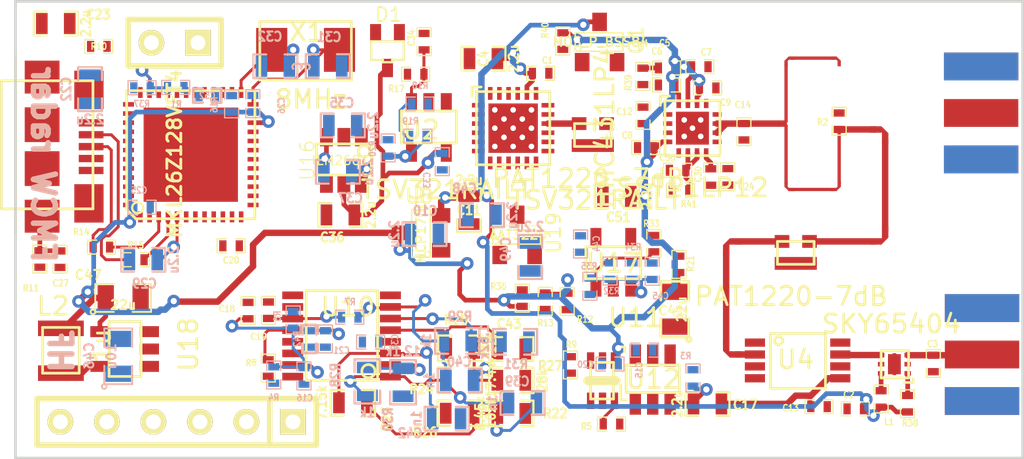
<source format=kicad_pcb>
(kicad_pcb (version 4) (host pcbnew "(2014-10-17 BZR 5196)-product")
  (layers (0 F.Cu signal) (1 Inner1.Cu signal) (2 Inner2.Cu signal) (31 B.Cu signal) (34 B.Paste user hide) (35 F.Paste user hide) (36 B.SilkS user) (37 F.SilkS user hide) (38 B.Mask user) (39 F.Mask user hide) (44 Edge.Cuts user))
  (net 0 "")
  (net 1 /3V0)
  (net 2 GND)
  (net 3 "Net-(C3-Pad1)")
  (net 4 "Net-(U2-Pad16)")
  (net 5 "Net-(L1-Pad1)")
  (net 6 /IF)
  (net 7 "Net-(F1-Pad2)")
  (net 8 "Net-(F2-Pad2)")
  (net 9 "Net-(F3-Pad1)")
  (net 10 "Net-(F4-Pad1)")
  (net 11 "Net-(F5-Pad2)")
  (net 12 "Net-(F6-Pad2)")
  (net 13 "Net-(F7-Pad2)")
  (net 14 "Net-(F7-Pad1)")
  (net 15 "Net-(F8-Pad1)")
  (net 16 "Net-(U3-Pad4)")
  (net 17 /mcu/5V)
  (net 18 /mcu/ADC_DP)
  (net 19 "Net-(C16-Pad2)")
  (net 20 "Net-(C17-Pad1)")
  (net 21 /mcu/ADC_DM)
  (net 22 "Net-(C19-Pad2)")
  (net 23 "Net-(C21-Pad1)")
  (net 24 /VG)
  (net 25 /mcu/VBUS)
  (net 26 /mcu/3V3)
  (net 27 "Net-(C27-Pad1)")
  (net 28 /mcu/3V3A)
  (net 29 "Net-(C29-Pad1)")
  (net 30 "Net-(C31-Pad1)")
  (net 31 "Net-(C32-Pad1)")
  (net 32 "Net-(R5-Pad2)")
  (net 33 /mcu/I2C_SDA)
  (net 34 "Net-(R14-Pad1)")
  (net 35 /mcu/USBP)
  (net 36 "Net-(R15-Pad1)")
  (net 37 /mcu/USBM)
  (net 38 /mcu/~RESET)
  (net 39 /mcu/PA_EN)
  (net 40 /mcu/PA_DET)
  (net 41 /mcu/DAC_OUT)
  (net 42 "Net-(U14-Pad34)")
  (net 43 "Net-(U14-Pad36)")
  (net 44 /mcu/SWD_CLK)
  (net 45 /mcu/UART_RX)
  (net 46 /mcu/UART_TX)
  (net 47 /mcu/SWD_DIO)
  (net 48 "Net-(U14-Pad21)")
  (net 49 "Net-(U14-Pad13)")
  (net 50 "Net-(U14-Pad15)")
  (net 51 "Net-(U14-Pad16)")
  (net 52 /mcu/I2C_SCL)
  (net 53 "Net-(U14-Pad30)")
  (net 54 "Net-(U14-Pad31)")
  (net 55 "Net-(U14-Pad32)")
  (net 56 "Net-(U14-Pad37)")
  (net 57 "Net-(U14-Pad38)")
  (net 58 "Net-(U14-Pad39)")
  (net 59 "Net-(U14-Pad40)")
  (net 60 "Net-(U14-Pad41)")
  (net 61 "Net-(U14-Pad44)")
  (net 62 "Net-(U14-Pad45)")
  (net 63 "Net-(U14-Pad46)")
  (net 64 "Net-(U14-Pad47)")
  (net 65 "Net-(U14-Pad48)")
  (net 66 /10V)
  (net 67 "Net-(C34-Pad1)")
  (net 68 "Net-(C37-Pad1)")
  (net 69 "Net-(C37-Pad2)")
  (net 70 "Net-(C39-Pad1)")
  (net 71 "Net-(C39-Pad2)")
  (net 72 "Net-(C40-Pad1)")
  (net 73 "Net-(C40-Pad2)")
  (net 74 "Net-(C41-Pad1)")
  (net 75 "Net-(C42-Pad1)")
  (net 76 "Net-(C43-Pad1)")
  (net 77 "Net-(C45-Pad1)")
  (net 78 "Net-(L2-Pad1)")
  (net 79 "Net-(R22-Pad2)")
  (net 80 "Net-(R18-Pad1)")
  (net 81 /VTUNE)
  (net 82 "Net-(R19-Pad2)")
  (net 83 "Net-(R28-Pad2)")
  (net 84 "Net-(R29-Pad2)")
  (net 85 "Net-(R33-Pad2)")
  (net 86 "Net-(U13-Pad4)")
  (net 87 "Net-(U14-Pad42)")
  (net 88 "Net-(U14-Pad43)")
  (net 89 "Net-(R1-Pad2)")
  (net 90 "Net-(C5-Pad2)")
  (net 91 "Net-(C12-Pad1)")
  (net 92 /DET_REF)
  (net 93 "Net-(R38-Pad1)")
  (net 94 /PA_RFOUT)
  (net 95 "Net-(C50-Pad1)")
  (net 96 "Net-(Q1-Pad2)")
  (net 97 "Net-(C41-Pad2)")
  (module SMD_Packages:SM0402_c (layer F.Cu) (at 138.2 86.63)
    (fp_text reference C1 (at 0.375 -0.705) (layer F.SilkS) (effects (font (size 0.35052 0.3048) (thickness 0.07112))))
    (fp_text value 10n hide)
    (pad 1 smd rect (at -0.44958 0) (size 0.39878 0.59944) (layers F.Cu F.Paste F.Mask) (net 1 /3V0))
    (pad 2 smd rect (at 0.44958 0) (size 0.39878 0.59944) (layers F.Cu F.Paste F.Mask))
  )
  (module SMD_Packages:SM0402_c (layer F.Cu) (at 155.38 104.97 180)
    (fp_text reference C2 (at 0.355 0.77 180) (layer F.SilkS) (effects (font (size 0.35052 0.3048) (thickness 0.07112))))
    (fp_text value 100n hide)
    (pad 1 smd rect (at -0.44958 0 180) (size 0.39878 0.59944) (layers F.Cu F.Paste F.Mask) (net 1 /3V0))
    (pad 2 smd rect (at 0.44958 0 180) (size 0.39878 0.59944) (layers F.Cu F.Paste F.Mask))
  )
  (module SMD_Packages:SM0402_c (layer F.Cu) (at 159.64 102.49 270)
    (fp_text reference C3 (at -1.065 0.04 360) (layer F.SilkS) (effects (font (size 0.35052 0.3048) (thickness 0.07112))))
    (fp_text value 0.5p hide)
    (pad 1 smd rect (at -0.44958 0 270) (size 0.39878 0.59944) (layers F.Cu F.Paste F.Mask) (net 3 "Net-(C3-Pad1)"))
    (pad 2 smd rect (at 0.44958 0 270) (size 0.39878 0.59944) (layers F.Cu F.Paste F.Mask))
  )
  (module SMD_Packages:SM0402_c (layer F.Cu) (at 153.4 104.85)
    (fp_text reference C13 (at -1.55 0.075) (layer F.SilkS) (effects (font (size 0.35052 0.3048) (thickness 0.07112))))
    (fp_text value 100p hide)
    (pad 1 smd rect (at -0.44958 0) (size 0.39878 0.59944) (layers F.Cu F.Paste F.Mask) (net 6 /IF))
    (pad 2 smd rect (at 0.44958 0) (size 0.39878 0.59944) (layers F.Cu F.Paste F.Mask))
  )
  (module SMD_Packages:SM0402 (layer F.Cu) (at 156.79 104.43 270)
    (fp_text reference L1 (at 1.245 -0.435 360) (layer F.SilkS) (effects (font (size 0.35052 0.3048) (thickness 0.07112))))
    (fp_text value 0.6n hide)
    (pad 1 smd rect (at -0.44958 0 270) (size 0.39878 0.59944) (layers F.Cu F.Paste F.Mask) (net 5 "Net-(L1-Pad1)"))
    (pad 2 smd rect (at 0.44958 0 270) (size 0.39878 0.59944) (layers F.Cu F.Paste F.Mask) (net 1 /3V0))
  )
  (module wlan_radar:MSOP-8 (layer F.Cu) (at 149.9 101.35 270)
    (fp_text reference U4 (at 0.925 -2.225 540) (layer F.SilkS))
    (fp_text value HMC219AMS8 hide)
    (pad 1 smd rect (at 0 0 270) (size 0.45 1.1) (layers F.Cu F.Paste F.Mask))
    (pad 2 smd rect (at 0.65 0 270) (size 0.45 1.1) (layers F.Cu F.Paste F.Mask) (net 15 "Net-(F8-Pad1)"))
    (pad 3 smd rect (at 1.3 0 270) (size 0.45 1.1) (layers F.Cu F.Paste F.Mask))
    (pad 4 smd rect (at 1.95 0 270) (size 0.45 1.1) (layers F.Cu F.Paste F.Mask))
    (pad 5 smd rect (at 1.95 -4.66 270) (size 0.45 1.1) (layers F.Cu F.Paste F.Mask) (net 6 /IF))
    (pad 6 smd rect (at 1.3 -4.66 270) (size 0.45 1.1) (layers F.Cu F.Paste F.Mask))
    (pad 7 smd rect (at 0.65 -4.66 270) (size 0.45 1.1) (layers F.Cu F.Paste F.Mask) (net 16 "Net-(U3-Pad4)"))
    (pad 8 smd rect (at 0 -4.66 270) (size 0.45 1.1) (layers F.Cu F.Paste F.Mask))
  )
  (module SMD_Packages:SOT23 (layer F.Cu) (at 131.67 95.35 90)
    (fp_text reference U8 (at 1.99898 -0.09906 180) (layer F.SilkS) (effects (font (size 0.762 0.762) (thickness 0.11938))))
    (fp_text value MCP1700 (at 0.0635 0 90) (layer F.SilkS) (effects (font (size 0.50038 0.50038) (thickness 0.09906))))
    (pad 3 smd rect (at 0 -1.09982 90) (size 0.8001 1.00076) (layers F.Cu F.Paste F.Mask) (net 26 /mcu/3V3))
    (pad 2 smd rect (at 0.9525 1.09982 90) (size 0.8001 1.00076) (layers F.Cu F.Paste F.Mask) (net 1 /3V0))
    (pad 1 smd rect (at -0.9525 1.09982 90) (size 0.8001 1.00076) (layers F.Cu F.Paste F.Mask))
  )
  (module wlan_radar:PAT1220 (layer F.Cu) (at 151.38 95.82)
    (fp_text reference U7 hide)
    (fp_text value PAT1220-7dB (at 0.5 3) (layer F.SilkS))
    (pad 1 smd rect (at 0 0) (size 0.8 0.7) (layers F.Cu F.Paste F.Mask) (net 13 "Net-(F7-Pad2)"))
    (pad 2 smd rect (at 1.5 0) (size 0.8 0.7) (layers F.Cu F.Paste F.Mask) (net 12 "Net-(F6-Pad2)"))
    (pad 3 smd rect (at 0.75 1.2) (size 2.3 0.7) (layers F.Cu F.Paste F.Mask))
  )
  (module wlan_radar:PAT1220 (layer F.Cu) (at 140.3 89.38)
    (fp_text reference U5 hide)
    (fp_text value PAT1220-7dB (at 0.5 3) (layer F.SilkS))
    (pad 1 smd rect (at 0 0) (size 0.8 0.7) (layers F.Cu F.Paste F.Mask) (net 4 "Net-(U2-Pad16)"))
    (pad 2 smd rect (at 1.5 0) (size 0.8 0.7) (layers F.Cu F.Paste F.Mask))
    (pad 3 smd rect (at 0.75 1.2) (size 2.3 0.7) (layers F.Cu F.Paste F.Mask))
  )
  (module wlan_radar:XFDFN-6 (layer F.Cu) (at 158.24 103.03 180)
    (fp_text reference U3 hide)
    (fp_text value SKY65404 (at 0.9 2.7 180) (layer F.SilkS))
    (pad 1 smd rect (at 0 0 180) (size 0.35 0.25) (layers F.Cu F.Paste F.Mask) (net 93 "Net-(R38-Pad1)"))
    (pad 2 smd rect (at 0 0.5 180) (size 0.35 0.25) (layers F.Cu F.Paste F.Mask))
    (pad 3 smd rect (at 0 1 180) (size 0.35 0.25) (layers F.Cu F.Paste F.Mask) (net 3 "Net-(C3-Pad1)"))
    (pad 4 smd rect (at 1.45 1 180) (size 0.35 0.25) (layers F.Cu F.Paste F.Mask) (net 16 "Net-(U3-Pad4)"))
    (pad 5 smd rect (at 1.45 0.5 180) (size 0.35 0.25) (layers F.Cu F.Paste F.Mask))
    (pad 6 smd rect (at 1.45 0 180) (size 0.35 0.25) (layers F.Cu F.Paste F.Mask) (net 5 "Net-(L1-Pad1)"))
    (pad PAD smd rect (at 0.725 0.5 180) (size 0.7 1.1) (layers F.Cu F.Paste F.Mask))
    (pad PAD smd rect (at 0.725 0.5 180) (size 0.2 1.2) (layers F.Cu F.Paste F.Mask))
  )
  (module SMD_Packages:SMD-0402_c (layer B.Cu) (at 143.87 101.76)
    (fp_text reference C15 (at -0.295 1.09 90) (layer B.SilkS) (effects (font (size 0.35052 0.3048) (thickness 0.07112)) (justify mirror)))
    (fp_text value 100n hide)
    (pad 1 smd rect (at -0.44958 0) (size 0.39878 0.59944) (layers B.Cu B.Paste B.Mask))
    (pad 2 smd rect (at 0.44958 0) (size 0.39878 0.59944) (layers B.Cu B.Paste B.Mask))
  )
  (module SMD_Packages:SMD-0402_c (layer B.Cu) (at 125.28 103.17 90)
    (fp_text reference C16 (at -1.205 0.045 180) (layer B.SilkS) (effects (font (size 0.35052 0.3048) (thickness 0.07112)) (justify mirror)))
    (fp_text value 10p hide)
    (pad 1 smd rect (at -0.44958 0 90) (size 0.39878 0.59944) (layers B.Cu B.Paste B.Mask))
    (pad 2 smd rect (at 0.44958 0 90) (size 0.39878 0.59944) (layers B.Cu B.Paste B.Mask) (net 19 "Net-(C16-Pad2)"))
  )
  (module SMD_Packages:SMD-0603_c (layer F.Cu) (at 147.31 104.7)
    (fp_text reference C17 (at 2.065 0.05 180) (layer F.SilkS) (effects (font (size 0.508 0.4572) (thickness 0.1143))))
    (fp_text value 2.2u (at -1.651 0 90) (layer F.SilkS) (effects (font (size 0.508 0.4572) (thickness 0.1143))))
    (pad 1 smd rect (at -0.762 0) (size 0.635 1.143) (layers F.Cu F.Paste F.Mask) (net 20 "Net-(C17-Pad1)"))
    (pad 2 smd rect (at 0.762 0) (size 0.635 1.143) (layers F.Cu F.Paste F.Mask) (net 6 /IF))
  )
  (module SMD_Packages:SMD-0402_c (layer F.Cu) (at 122.23 99.6 90)
    (fp_text reference C18 (at 0.1 -1.155 180) (layer F.SilkS) (effects (font (size 0.35052 0.3048) (thickness 0.07112))))
    (fp_text value 10p hide)
    (pad 1 smd rect (at -0.44958 0 90) (size 0.39878 0.59944) (layers F.Cu F.Paste F.Mask) (net 19 "Net-(C16-Pad2)"))
    (pad 2 smd rect (at 0.44958 0 90) (size 0.39878 0.59944) (layers F.Cu F.Paste F.Mask))
  )
  (module SMD_Packages:SMD-0402_c (layer F.Cu) (at 123.34 99.58 270)
    (fp_text reference C19 (at 1.445 0.54 360) (layer F.SilkS) (effects (font (size 0.35052 0.3048) (thickness 0.07112))))
    (fp_text value 10p hide)
    (pad 1 smd rect (at -0.44958 0 270) (size 0.39878 0.59944) (layers F.Cu F.Paste F.Mask))
    (pad 2 smd rect (at 0.44958 0 270) (size 0.39878 0.59944) (layers F.Cu F.Paste F.Mask) (net 22 "Net-(C19-Pad2)"))
  )
  (module SMD_Packages:SMD-0402_c (layer B.Cu) (at 141.99 102.52 180)
    (fp_text reference C20 (at 1.34 -0.03 180) (layer B.SilkS) (effects (font (size 0.35052 0.3048) (thickness 0.07112)) (justify mirror)))
    (fp_text value 100n hide)
    (pad 1 smd rect (at -0.44958 0 180) (size 0.39878 0.59944) (layers B.Cu B.Paste B.Mask) (net 26 /mcu/3V3))
    (pad 2 smd rect (at 0.44958 0 180) (size 0.39878 0.59944) (layers B.Cu B.Paste B.Mask))
  )
  (module SMD_Packages:SMD-0402_c (layer B.Cu) (at 126.45 101.15 270)
    (fp_text reference C21 (at 0.625 -0.875 360) (layer B.SilkS) (effects (font (size 0.35052 0.3048) (thickness 0.07112)) (justify mirror)))
    (fp_text value 10p hide)
    (pad 1 smd rect (at -0.44958 0 270) (size 0.39878 0.59944) (layers B.Cu B.Paste B.Mask) (net 23 "Net-(C21-Pad1)"))
    (pad 2 smd rect (at 0.44958 0 270) (size 0.39878 0.59944) (layers B.Cu B.Paste B.Mask))
  )
  (module SMD_Packages:SMD-0603_c (layer B.Cu) (at 113.6 87.5 90)
    (fp_text reference C22 (at 0 -1.3 90) (layer B.SilkS) (effects (font (size 0.508 0.4572) (thickness 0.1143)) (justify mirror)))
    (fp_text value 2.2u (at -1.651 0 360) (layer B.SilkS) (effects (font (size 0.508 0.4572) (thickness 0.1143)) (justify mirror)))
    (pad 1 smd rect (at -0.762 0 90) (size 0.635 1.143) (layers B.Cu B.Paste B.Mask))
    (pad 2 smd rect (at 0.762 0 90) (size 0.635 1.143) (layers B.Cu B.Paste B.Mask))
  )
  (module SMD_Packages:SMD-0603_c (layer F.Cu) (at 111.73 83.91 180)
    (fp_text reference C23 (at -2.32 0.485 360) (layer F.SilkS) (effects (font (size 0.508 0.4572) (thickness 0.1143))))
    (fp_text value 2.2u (at -1.651 0 270) (layer F.SilkS) (effects (font (size 0.508 0.4572) (thickness 0.1143))))
    (pad 1 smd rect (at -0.762 0 180) (size 0.635 1.143) (layers F.Cu F.Paste F.Mask))
    (pad 2 smd rect (at 0.762 0 180) (size 0.635 1.143) (layers F.Cu F.Paste F.Mask))
  )
  (module SMD_Packages:SMD-0402_c (layer B.Cu) (at 116.44 93.95)
    (fp_text reference C25 (at -0.165 -0.925) (layer B.SilkS) (effects (font (size 0.35052 0.3048) (thickness 0.07112)) (justify mirror)))
    (fp_text value 100n hide)
    (pad 1 smd rect (at -0.44958 0) (size 0.39878 0.59944) (layers B.Cu B.Paste B.Mask) (net 26 /mcu/3V3))
    (pad 2 smd rect (at 0.44958 0) (size 0.39878 0.59944) (layers B.Cu B.Paste B.Mask))
  )
  (module SMD_Packages:SMD-0402_c (layer B.Cu) (at 122.49 88.29 90)
    (fp_text reference C26 (at -0.11 1.56 90) (layer B.SilkS) (effects (font (size 0.35052 0.3048) (thickness 0.07112)) (justify mirror)))
    (fp_text value 100n hide)
    (pad 1 smd rect (at -0.44958 0 90) (size 0.39878 0.59944) (layers B.Cu B.Paste B.Mask) (net 26 /mcu/3V3))
    (pad 2 smd rect (at 0.44958 0 90) (size 0.39878 0.59944) (layers B.Cu B.Paste B.Mask))
  )
  (module SMD_Packages:SMD-0402_c (layer F.Cu) (at 121.3 96.06)
    (fp_text reference C28 (at 0 0.79) (layer F.SilkS) (effects (font (size 0.35052 0.3048) (thickness 0.07112))))
    (fp_text value 100n hide)
    (pad 1 smd rect (at -0.44958 0) (size 0.39878 0.59944) (layers F.Cu F.Paste F.Mask))
    (pad 2 smd rect (at 0.44958 0) (size 0.39878 0.59944) (layers F.Cu F.Paste F.Mask))
  )
  (module SMD_Packages:SMD-0603_c (layer B.Cu) (at 116.51 96.82 180)
    (fp_text reference C29 (at -0.065 -1.305 180) (layer B.SilkS) (effects (font (size 0.508 0.4572) (thickness 0.1143)) (justify mirror)))
    (fp_text value 2.2u (at -1.651 0 450) (layer B.SilkS) (effects (font (size 0.508 0.4572) (thickness 0.1143)) (justify mirror)))
    (pad 1 smd rect (at -0.762 0 180) (size 0.635 1.143) (layers B.Cu B.Paste B.Mask) (net 29 "Net-(C29-Pad1)"))
    (pad 2 smd rect (at 0.762 0 180) (size 0.635 1.143) (layers B.Cu B.Paste B.Mask))
  )
  (module SMD_Packages:SMD-0603_c (layer B.Cu) (at 126.58 86.24)
    (fp_text reference C31 (at 0.07 -1.59) (layer B.SilkS) (effects (font (size 0.508 0.4572) (thickness 0.1143)) (justify mirror)))
    (fp_text value C (at -1.651 0 270) (layer B.SilkS) (effects (font (size 0.508 0.4572) (thickness 0.1143)) (justify mirror)))
    (pad 1 smd rect (at -0.762 0) (size 0.635 1.143) (layers B.Cu B.Paste B.Mask) (net 30 "Net-(C31-Pad1)"))
    (pad 2 smd rect (at 0.762 0) (size 0.635 1.143) (layers B.Cu B.Paste B.Mask))
  )
  (module SMD_Packages:SMD-0603_c (layer B.Cu) (at 123.72 86.25 180)
    (fp_text reference C32 (at 0.295 1.625 180) (layer B.SilkS) (effects (font (size 0.508 0.4572) (thickness 0.1143)) (justify mirror)))
    (fp_text value C (at -1.651 0 450) (layer B.SilkS) (effects (font (size 0.508 0.4572) (thickness 0.1143)) (justify mirror)))
    (pad 1 smd rect (at -0.762 0 180) (size 0.635 1.143) (layers B.Cu B.Paste B.Mask) (net 31 "Net-(C32-Pad1)"))
    (pad 2 smd rect (at 0.762 0 180) (size 0.635 1.143) (layers B.Cu B.Paste B.Mask))
  )
  (module SMD_Packages:QFN-48-1EP (layer F.Cu) (at 119.1 91.08 90)
    (fp_text reference U14 hide)
    (fp_text value MKL26Z128VFT4 (at 0.0508 -0.889 90) (layer F.SilkS) (effects (font (size 0.762 0.762) (thickness 0.1524))))
    (pad 1 smd rect (at -3.39852 -2.74828 90) (size 0.59944 0.24892) (layers F.Cu F.Paste F.Mask) (net 26 /mcu/3V3))
    (pad 2 smd rect (at -3.39852 -2.2479 90) (size 0.59944 0.24892) (layers F.Cu F.Paste F.Mask))
    (pad 3 smd rect (at -3.39852 -1.74752 90) (size 0.59944 0.24892) (layers F.Cu F.Paste F.Mask) (net 34 "Net-(R14-Pad1)"))
    (pad 4 smd rect (at -3.39852 -1.24714 90) (size 0.59944 0.24892) (layers F.Cu F.Paste F.Mask) (net 36 "Net-(R15-Pad1)"))
    (pad 5 smd rect (at -3.39852 -0.7493 90) (size 0.59944 0.24892) (layers F.Cu F.Paste F.Mask) (net 29 "Net-(C29-Pad1)"))
    (pad 6 smd rect (at -3.39852 -0.24892 90) (size 0.59944 0.24892) (layers F.Cu F.Paste F.Mask))
    (pad 7 smd rect (at -3.39852 0.25146 90) (size 0.59944 0.24892) (layers F.Cu F.Paste F.Mask))
    (pad 8 smd rect (at -3.39852 0.75184 90) (size 0.59944 0.24892) (layers F.Cu F.Paste F.Mask))
    (pad 9 smd rect (at -3.39852 1.25222 90) (size 0.59944 0.24892) (layers F.Cu F.Paste F.Mask))
    (pad 10 smd rect (at -3.39852 1.7526 90) (size 0.59944 0.24892) (layers F.Cu F.Paste F.Mask))
    (pad 11 smd rect (at -3.39852 2.25298 90) (size 0.59944 0.24892) (layers F.Cu F.Paste F.Mask))
    (pad 12 smd rect (at -3.39852 2.75082 90) (size 0.59944 0.24892) (layers F.Cu F.Paste F.Mask))
    (pad 33 smd rect (at 3.39852 -1.25222 90) (size 0.59944 0.24892) (layers F.Cu F.Paste F.Mask))
    (pad 34 smd rect (at 3.39852 -1.75006 90) (size 0.59944 0.24892) (layers F.Cu F.Paste F.Mask))
    (pad 35 smd rect (at 3.39852 -2.25044 90) (size 0.59944 0.24892) (layers F.Cu F.Paste F.Mask) (net 89 "Net-(R1-Pad2)"))
    (pad 36 smd rect (at 3.39852 -2.75082 90) (size 0.59944 0.24892) (layers F.Cu F.Paste F.Mask))
    (pad 17 smd rect (at -0.7493 3.40106 90) (size 0.24892 0.59944) (layers F.Cu F.Paste F.Mask))
    (pad 18 smd rect (at -0.25 3.4 90) (size 0.24892 0.59944) (layers F.Cu F.Paste F.Mask))
    (pad 19 smd rect (at 0.24892 3.40106 90) (size 0.24892 0.59944) (layers F.Cu F.Paste F.Mask))
    (pad 20 smd rect (at 0.7493 3.40106 90) (size 0.24892 0.59944) (layers F.Cu F.Paste F.Mask))
    (pad 21 smd rect (at 1.24968 3.40106 90) (size 0.24892 0.59944) (layers F.Cu F.Paste F.Mask))
    (pad 22 smd rect (at 1.75006 3.40106 90) (size 0.24892 0.59944) (layers F.Cu F.Paste F.Mask) (net 26 /mcu/3V3))
    (pad 23 smd rect (at 2.25044 3.40106 90) (size 0.24892 0.59944) (layers F.Cu F.Paste F.Mask))
    (pad 24 smd rect (at 2.75082 3.40106 90) (size 0.24892 0.59944) (layers F.Cu F.Paste F.Mask) (net 30 "Net-(C31-Pad1)"))
    (pad 13 smd rect (at -2.74828 3.40106 90) (size 0.24892 0.59944) (layers F.Cu F.Paste F.Mask))
    (pad 14 smd rect (at -2.2479 3.40106 90) (size 0.24892 0.59944) (layers F.Cu F.Paste F.Mask))
    (pad 15 smd rect (at -1.74752 3.40106 90) (size 0.24892 0.59944) (layers F.Cu F.Paste F.Mask))
    (pad 16 smd rect (at -1.24968 3.40106 90) (size 0.24892 0.59944) (layers F.Cu F.Paste F.Mask))
    (pad 25 smd rect (at 3.39852 2.74828 90) (size 0.59944 0.24892) (layers F.Cu F.Paste F.Mask) (net 31 "Net-(C32-Pad1)"))
    (pad 26 smd rect (at 3.40106 2.2479 90) (size 0.59944 0.24892) (layers F.Cu F.Paste F.Mask))
    (pad 27 smd rect (at 3.40106 1.75006 90) (size 0.59944 0.24892) (layers F.Cu F.Paste F.Mask))
    (pad 28 smd rect (at 3.40106 1.24968 90) (size 0.59944 0.24892) (layers F.Cu F.Paste F.Mask))
    (pad 29 smd rect (at 3.40106 0.7493 90) (size 0.59944 0.24892) (layers F.Cu F.Paste F.Mask))
    (pad 30 smd rect (at 3.40106 0.24892 90) (size 0.59944 0.24892) (layers F.Cu F.Paste F.Mask))
    (pad 31 smd rect (at 3.40106 -0.25146 90) (size 0.59944 0.24892) (layers F.Cu F.Paste F.Mask))
    (pad 32 smd rect (at 3.40106 -0.75184 90) (size 0.59944 0.24892) (layers F.Cu F.Paste F.Mask))
    (pad 37 smd rect (at 2.75082 -3.39852 90) (size 0.24892 0.59944) (layers F.Cu F.Paste F.Mask))
    (pad 38 smd rect (at 2.25044 -3.39852 90) (size 0.24892 0.59944) (layers F.Cu F.Paste F.Mask))
    (pad 39 smd rect (at 1.75006 -3.39852 90) (size 0.24892 0.59944) (layers F.Cu F.Paste F.Mask))
    (pad 40 smd rect (at 1.25222 -3.39852 90) (size 0.24892 0.59944) (layers F.Cu F.Paste F.Mask))
    (pad 41 smd rect (at 0.75184 -3.39852 90) (size 0.24892 0.59944) (layers F.Cu F.Paste F.Mask))
    (pad 42 smd rect (at 0.25146 -3.39852 90) (size 0.24892 0.59944) (layers F.Cu F.Paste F.Mask))
    (pad 43 smd rect (at -0.24892 -3.39852 90) (size 0.24892 0.59944) (layers F.Cu F.Paste F.Mask))
    (pad 44 smd rect (at -0.7493 -3.39852 90) (size 0.24892 0.59944) (layers F.Cu F.Paste F.Mask))
    (pad 45 smd rect (at -1.24968 -3.39852 90) (size 0.24892 0.59944) (layers F.Cu F.Paste F.Mask))
    (pad 46 smd rect (at -1.75006 -3.39852 90) (size 0.24892 0.59944) (layers F.Cu F.Paste F.Mask))
    (pad 47 smd rect (at -2.2479 -3.39852 90) (size 0.24892 0.59944) (layers F.Cu F.Paste F.Mask))
    (pad 48 smd rect (at -2.74828 -3.39852 90) (size 0.24892 0.59944) (layers F.Cu F.Paste F.Mask))
    (pad 49 smd rect (at 0 0) (size 5.15 5.15) (layers F.Cu F.Paste F.Mask))
  )
  (module SMD_Packages:SMD-0603_c (layer F.Cu) (at 135.08 85.83 180)
    (fp_text reference C4 (at 0 0 270) (layer F.SilkS) (effects (font (size 0.508 0.4572) (thickness 0.1143))))
    (fp_text value 2.2u (at -1.651 0 270) (layer F.SilkS) (effects (font (size 0.508 0.4572) (thickness 0.1143))))
    (pad 1 smd rect (at -0.762 0 180) (size 0.635 1.143) (layers F.Cu F.Paste F.Mask) (net 1 /3V0))
    (pad 2 smd rect (at 0.762 0 180) (size 0.635 1.143) (layers F.Cu F.Paste F.Mask))
  )
  (module SMD_Packages:SMD-0603_c (layer B.Cu) (at 131.86 95.42)
    (fp_text reference C10 (at 0.04 -1.27) (layer B.SilkS) (effects (font (size 0.508 0.4572) (thickness 0.1143)) (justify mirror)))
    (fp_text value 2.2u (at -1.651 0 270) (layer B.SilkS) (effects (font (size 0.508 0.4572) (thickness 0.1143)) (justify mirror)))
    (pad 1 smd rect (at -0.762 0) (size 0.635 1.143) (layers B.Cu B.Paste B.Mask) (net 26 /mcu/3V3))
    (pad 2 smd rect (at 0.762 0) (size 0.635 1.143) (layers B.Cu B.Paste B.Mask))
  )
  (module SMD_Packages:SMD-0603_c (layer F.Cu) (at 134.29 94.11 270)
    (fp_text reference C11 (at 0 0 360) (layer F.SilkS) (effects (font (size 0.508 0.4572) (thickness 0.1143))))
    (fp_text value 2.2u (at -1.651 0 360) (layer F.SilkS) (effects (font (size 0.508 0.4572) (thickness 0.1143))))
    (pad 1 smd rect (at -0.762 0 270) (size 0.635 1.143) (layers F.Cu F.Paste F.Mask) (net 1 /3V0))
    (pad 2 smd rect (at 0.762 0 270) (size 0.635 1.143) (layers F.Cu F.Paste F.Mask))
  )
  (module SMD_Packages:SMD-0402_c (layer B.Cu) (at 132.83 91.46 270)
    (fp_text reference C33 (at 1.015 0.83 270) (layer B.SilkS) (effects (font (size 0.35052 0.3048) (thickness 0.07112)) (justify mirror)))
    (fp_text value 100n hide)
    (pad 1 smd rect (at -0.44958 0 270) (size 0.39878 0.59944) (layers B.Cu B.Paste B.Mask) (net 66 /10V))
    (pad 2 smd rect (at 0.44958 0 270) (size 0.39878 0.59944) (layers B.Cu B.Paste B.Mask))
  )
  (module SMD_Packages:SMD-0402_c (layer F.Cu) (at 131.84 84.9 90)
    (fp_text reference C34 (at 0.2 -0.69 90) (layer F.SilkS) (effects (font (size 0.35052 0.3048) (thickness 0.07112))))
    (fp_text value 100n hide)
    (pad 1 smd rect (at -0.44958 0 90) (size 0.39878 0.59944) (layers F.Cu F.Paste F.Mask) (net 67 "Net-(C34-Pad1)"))
    (pad 2 smd rect (at 0.44958 0 90) (size 0.39878 0.59944) (layers F.Cu F.Paste F.Mask))
  )
  (module SMD_Packages:SMD-0603_c (layer B.Cu) (at 127.4 89.48 180)
    (fp_text reference C35 (at 0.05 1.23 180) (layer B.SilkS) (effects (font (size 0.508 0.4572) (thickness 0.1143)) (justify mirror)))
    (fp_text value 2.2u (at -1.651 0 450) (layer B.SilkS) (effects (font (size 0.508 0.4572) (thickness 0.1143)) (justify mirror)))
    (pad 1 smd rect (at -0.762 0 180) (size 0.635 1.143) (layers B.Cu B.Paste B.Mask))
    (pad 2 smd rect (at 0.762 0 180) (size 0.635 1.143) (layers B.Cu B.Paste B.Mask))
  )
  (module SMD_Packages:SMD-0603_c (layer F.Cu) (at 127.27 94.37 180)
    (fp_text reference C36 (at 0.445 -1.23 360) (layer F.SilkS) (effects (font (size 0.508 0.4572) (thickness 0.1143))))
    (fp_text value 2.2u (at -1.651 0 270) (layer F.SilkS) (effects (font (size 0.508 0.4572) (thickness 0.1143))))
    (pad 1 smd rect (at -0.762 0 180) (size 0.635 1.143) (layers F.Cu F.Paste F.Mask) (net 66 /10V))
    (pad 2 smd rect (at 0.762 0 180) (size 0.635 1.143) (layers F.Cu F.Paste F.Mask))
  )
  (module SMD_Packages:SMD-0603_c (layer B.Cu) (at 127.13 92.01 180)
    (fp_text reference C37 (at -0.695 -1.44 180) (layer B.SilkS) (effects (font (size 0.508 0.4572) (thickness 0.1143)) (justify mirror)))
    (fp_text value 2.2u (at -1.651 0 450) (layer B.SilkS) (effects (font (size 0.508 0.4572) (thickness 0.1143)) (justify mirror)))
    (pad 1 smd rect (at -0.762 0 180) (size 0.635 1.143) (layers B.Cu B.Paste B.Mask) (net 68 "Net-(C37-Pad1)"))
    (pad 2 smd rect (at 0.762 0 180) (size 0.635 1.143) (layers B.Cu B.Paste B.Mask) (net 69 "Net-(C37-Pad2)"))
  )
  (module SMD_Packages:SMD-0402_c (layer B.Cu) (at 128.92 101.32 180)
    (fp_text reference C38 (at -1.33 -0.005 270) (layer B.SilkS) (effects (font (size 0.35052 0.3048) (thickness 0.07112)) (justify mirror)))
    (fp_text value 100n hide)
    (pad 1 smd rect (at -0.44958 0 180) (size 0.39878 0.59944) (layers B.Cu B.Paste B.Mask))
    (pad 2 smd rect (at 0.44958 0 180) (size 0.39878 0.59944) (layers B.Cu B.Paste B.Mask))
  )
  (module SMD_Packages:SMD-0603_c (layer B.Cu) (at 137.21 104.65)
    (fp_text reference C39 (at -0.285 -1.175) (layer B.SilkS) (effects (font (size 0.508 0.4572) (thickness 0.1143)) (justify mirror)))
    (fp_text value 1n (at -1.651 0 270) (layer B.SilkS) (effects (font (size 0.508 0.4572) (thickness 0.1143)) (justify mirror)))
    (pad 1 smd rect (at -0.762 0) (size 0.635 1.143) (layers B.Cu B.Paste B.Mask) (net 70 "Net-(C39-Pad1)"))
    (pad 2 smd rect (at 0.762 0) (size 0.635 1.143) (layers B.Cu B.Paste B.Mask) (net 71 "Net-(C39-Pad2)"))
  )
  (module SMD_Packages:SMD-0603_c (layer B.Cu) (at 133.78 103.42)
    (fp_text reference C40 (at -0.03 -1.02) (layer B.SilkS) (effects (font (size 0.508 0.4572) (thickness 0.1143)) (justify mirror)))
    (fp_text value 1n (at -1.651 0 270) (layer B.SilkS) (effects (font (size 0.508 0.4572) (thickness 0.1143)) (justify mirror)))
    (pad 1 smd rect (at -0.762 0) (size 0.635 1.143) (layers B.Cu B.Paste B.Mask) (net 72 "Net-(C40-Pad1)"))
    (pad 2 smd rect (at 0.762 0) (size 0.635 1.143) (layers B.Cu B.Paste B.Mask) (net 73 "Net-(C40-Pad2)"))
  )
  (module SMD_Packages:SMD-0603_c (layer B.Cu) (at 133.07 105.51)
    (fp_text reference C42 (at -1.995 0.79) (layer B.SilkS) (effects (font (size 0.508 0.4572) (thickness 0.1143)) (justify mirror)))
    (fp_text value 1n (at -1.651 0 270) (layer B.SilkS) (effects (font (size 0.508 0.4572) (thickness 0.1143)) (justify mirror)))
    (pad 1 smd rect (at -0.762 0) (size 0.635 1.143) (layers B.Cu B.Paste B.Mask) (net 75 "Net-(C42-Pad1)"))
    (pad 2 smd rect (at 0.762 0) (size 0.635 1.143) (layers B.Cu B.Paste B.Mask))
  )
  (module SMD_Packages:SMD-0603_c (layer F.Cu) (at 136.6 101.7)
    (fp_text reference C43 (at -0.125 -1.375 180) (layer F.SilkS) (effects (font (size 0.508 0.4572) (thickness 0.1143))))
    (fp_text value 1n (at -1.651 0 90) (layer F.SilkS) (effects (font (size 0.508 0.4572) (thickness 0.1143))))
    (pad 1 smd rect (at -0.762 0) (size 0.635 1.143) (layers F.Cu F.Paste F.Mask) (net 76 "Net-(C43-Pad1)"))
    (pad 2 smd rect (at 0.762 0) (size 0.635 1.143) (layers F.Cu F.Paste F.Mask))
  )
  (module SMD_Packages:SMD-0402_c (layer B.Cu) (at 140.38 95.96 270)
    (fp_text reference C44 (at -0.01 -0.87 270) (layer B.SilkS) (effects (font (size 0.35052 0.3048) (thickness 0.07112)) (justify mirror)))
    (fp_text value 100n hide)
    (pad 1 smd rect (at -0.44958 0 270) (size 0.39878 0.59944) (layers B.Cu B.Paste B.Mask))
    (pad 2 smd rect (at 0.44958 0 270) (size 0.39878 0.59944) (layers B.Cu B.Paste B.Mask))
  )
  (module SMD_Packages:SMD-0402_c (layer B.Cu) (at 144.29 97.45 90)
    (fp_text reference C45 (at -1.35 0.46 180) (layer B.SilkS) (effects (font (size 0.35052 0.3048) (thickness 0.07112)) (justify mirror)))
    (fp_text value 100n hide)
    (pad 1 smd rect (at -0.44958 0 90) (size 0.39878 0.59944) (layers B.Cu B.Paste B.Mask) (net 77 "Net-(C45-Pad1)"))
    (pad 2 smd rect (at 0.44958 0 90) (size 0.39878 0.59944) (layers B.Cu B.Paste B.Mask))
  )
  (module SMD_Packages:SMD-0805 (layer B.Cu) (at 115.14 102.1 90)
    (fp_text reference C46 (at 0.025 -1.59 90) (layer B.SilkS) (effects (font (size 0.50038 0.50038) (thickness 0.10922)) (justify mirror)))
    (fp_text value 10u (at 0 -0.381 90) (layer B.SilkS) (effects (font (size 0.50038 0.50038) (thickness 0.10922)) (justify mirror)))
    (pad 1 smd rect (at -0.9525 0 90) (size 0.889 1.397) (layers B.Cu B.Paste B.Mask))
    (pad 2 smd rect (at 0.9525 0 90) (size 0.889 1.397) (layers B.Cu B.Paste B.Mask))
  )
  (module SMD_Packages:SMD-0805 (layer F.Cu) (at 115.41 98.91)
    (fp_text reference C47 (at -1.91 -1.26) (layer F.SilkS) (effects (font (size 0.50038 0.50038) (thickness 0.10922))))
    (fp_text value 22u (at 0 0.381) (layer F.SilkS) (effects (font (size 0.50038 0.50038) (thickness 0.10922))))
    (pad 1 smd rect (at -0.9525 0) (size 0.889 1.397) (layers F.Cu F.Paste F.Mask) (net 26 /mcu/3V3))
    (pad 2 smd rect (at 0.9525 0) (size 0.889 1.397) (layers F.Cu F.Paste F.Mask))
  )
  (module SMD_Packages:SMD-0603_c (layer B.Cu) (at 135 94.39 180)
    (fp_text reference C48 (at 0.95 1.465 180) (layer B.SilkS) (effects (font (size 0.508 0.4572) (thickness 0.1143)) (justify mirror)))
    (fp_text value 2.2u (at -1.651 0 450) (layer B.SilkS) (effects (font (size 0.508 0.4572) (thickness 0.1143)) (justify mirror)))
    (pad 1 smd rect (at -0.762 0 180) (size 0.635 1.143) (layers B.Cu B.Paste B.Mask))
    (pad 2 smd rect (at 0.762 0 180) (size 0.635 1.143) (layers B.Cu B.Paste B.Mask))
  )
  (module SMD_Packages:SMD-0603_c (layer B.Cu) (at 137.63 96.67 270)
    (fp_text reference C49 (at -0.42 1.33 270) (layer B.SilkS) (effects (font (size 0.508 0.4572) (thickness 0.1143)) (justify mirror)))
    (fp_text value 2.2u (at -1.651 0 540) (layer B.SilkS) (effects (font (size 0.508 0.4572) (thickness 0.1143)) (justify mirror)))
    (pad 1 smd rect (at -0.762 0 270) (size 0.635 1.143) (layers B.Cu B.Paste B.Mask))
    (pad 2 smd rect (at 0.762 0 270) (size 0.635 1.143) (layers B.Cu B.Paste B.Mask))
  )
  (module SMD_Packages:SOT-323 (layer F.Cu) (at 129.84 85.39)
    (fp_text reference D1 (at 0.06 -1.965) (layer F.SilkS) (effects (font (size 0.762 0.762) (thickness 0.09906))))
    (fp_text value BAS40WT hide)
    (pad 2 smd rect (at -0.65024 -0.94996) (size 0.59944 1.00076) (layers F.Cu F.Paste F.Mask))
    (pad 1 smd rect (at 0.65024 -0.94996) (size 0.59944 1.00076) (layers F.Cu F.Paste F.Mask))
    (pad 3 smd rect (at 0 0.94996) (size 0.59944 1.00076) (layers F.Cu F.Paste F.Mask) (net 66 /10V))
  )
  (module SMD_Packages:SMD-0402_r (layer F.Cu) (at 131.38 86.68 180)
    (fp_text reference R17 (at 1.055 -0.795 180) (layer F.SilkS) (effects (font (size 0.35052 0.3048) (thickness 0.07112))))
    (fp_text value 100 hide)
    (pad 1 smd rect (at -0.44958 0 180) (size 0.39878 0.59944) (layers F.Cu F.Paste F.Mask) (net 67 "Net-(C34-Pad1)"))
    (pad 2 smd rect (at 0.44958 0 180) (size 0.39878 0.59944) (layers F.Cu F.Paste F.Mask))
  )
  (module SMD_Packages:SMD-0402_r (layer B.Cu) (at 131.61 88.31)
    (fp_text reference R18 (at 0.015 -1.01) (layer B.SilkS) (effects (font (size 0.35052 0.3048) (thickness 0.07112)) (justify mirror)))
    (fp_text value 10k hide)
    (pad 1 smd rect (at -0.44958 0) (size 0.39878 0.59944) (layers B.Cu B.Paste B.Mask) (net 80 "Net-(R18-Pad1)"))
    (pad 2 smd rect (at 0.44958 0) (size 0.39878 0.59944) (layers B.Cu B.Paste B.Mask))
  )
  (module SMD_Packages:SMD-0402_r (layer B.Cu) (at 131.5 90.07)
    (fp_text reference R19 (at -0.4 -0.82) (layer B.SilkS) (effects (font (size 0.35052 0.3048) (thickness 0.07112)) (justify mirror)))
    (fp_text value 10k hide)
    (pad 1 smd rect (at -0.44958 0) (size 0.39878 0.59944) (layers B.Cu B.Paste B.Mask) (net 80 "Net-(R18-Pad1)"))
    (pad 2 smd rect (at 0.44958 0) (size 0.39878 0.59944) (layers B.Cu B.Paste B.Mask) (net 82 "Net-(R19-Pad2)"))
  )
  (module SMD_Packages:SMD-0402_r (layer B.Cu) (at 129.87 90.71 270)
    (fp_text reference R20 (at 0.04 0.845 270) (layer B.SilkS) (effects (font (size 0.35052 0.3048) (thickness 0.07112)) (justify mirror)))
    (fp_text value 10k hide)
    (pad 1 smd rect (at -0.44958 0 270) (size 0.39878 0.59944) (layers B.Cu B.Paste B.Mask))
    (pad 2 smd rect (at 0.44958 0 270) (size 0.39878 0.59944) (layers B.Cu B.Paste B.Mask) (net 82 "Net-(R19-Pad2)"))
  )
  (module SMD_Packages:SMD-0402_r (layer F.Cu) (at 145.75 97.075 90)
    (fp_text reference R21 (at 0.05 0.65 90) (layer F.SilkS) (effects (font (size 0.35052 0.3048) (thickness 0.07112))))
    (fp_text value 50 hide)
    (pad 1 smd rect (at -0.44958 0 90) (size 0.39878 0.59944) (layers F.Cu F.Paste F.Mask) (net 97 "Net-(C41-Pad2)"))
    (pad 2 smd rect (at 0.44958 0 90) (size 0.39878 0.59944) (layers F.Cu F.Paste F.Mask))
  )
  (module SMD_Packages:SMD-0603_r (layer F.Cu) (at 136.6 105.22)
    (fp_text reference R22 (at 2.4 0.005 180) (layer F.SilkS) (effects (font (size 0.50038 0.4572) (thickness 0.1143))))
    (fp_text value 8.45k (at -1.69926 0 90) (layer F.SilkS) (effects (font (size 0.508 0.4572) (thickness 0.1143))))
    (pad 1 smd rect (at -0.762 0) (size 0.635 1.143) (layers F.Cu F.Paste F.Mask) (net 71 "Net-(C39-Pad2)"))
    (pad 2 smd rect (at 0.762 0) (size 0.635 1.143) (layers F.Cu F.Paste F.Mask))
  )
  (module SMD_Packages:SMD-0603_r (layer F.Cu) (at 127.95 104.64)
    (fp_text reference R23 (at 1.85 0.885 270) (layer F.SilkS) (effects (font (size 0.50038 0.4572) (thickness 0.1143))))
    (fp_text value 7.15k (at -1.69926 0 90) (layer F.SilkS) (effects (font (size 0.508 0.4572) (thickness 0.1143))))
    (pad 1 smd rect (at -0.762 0) (size 0.635 1.143) (layers F.Cu F.Paste F.Mask) (net 75 "Net-(C42-Pad1)"))
    (pad 2 smd rect (at 0.762 0) (size 0.635 1.143) (layers F.Cu F.Paste F.Mask) (net 71 "Net-(C39-Pad2)"))
  )
  (module SMD_Packages:SMD-0603_r (layer F.Cu) (at 133.79 103.41 180)
    (fp_text reference R24 (at 2.09 -0.49 360) (layer F.SilkS) (effects (font (size 0.50038 0.4572) (thickness 0.1143))))
    (fp_text value 17.4k (at -1.69926 0 270) (layer F.SilkS) (effects (font (size 0.508 0.4572) (thickness 0.1143))))
    (pad 1 smd rect (at -0.762 0 180) (size 0.635 1.143) (layers F.Cu F.Paste F.Mask) (net 73 "Net-(C40-Pad2)"))
    (pad 2 smd rect (at 0.762 0 180) (size 0.635 1.143) (layers F.Cu F.Paste F.Mask) (net 70 "Net-(C39-Pad1)"))
  )
  (module SMD_Packages:SMD-0603_r (layer F.Cu) (at 133.81 101.66 180)
    (fp_text reference R25 (at 0.235 1.56 360) (layer F.SilkS) (effects (font (size 0.50038 0.4572) (thickness 0.1143))))
    (fp_text value 4.12k (at -1.69926 0 270) (layer F.SilkS) (effects (font (size 0.508 0.4572) (thickness 0.1143))))
    (pad 1 smd rect (at -0.762 0 180) (size 0.635 1.143) (layers F.Cu F.Paste F.Mask) (net 73 "Net-(C40-Pad2)"))
    (pad 2 smd rect (at 0.762 0 180) (size 0.635 1.143) (layers F.Cu F.Paste F.Mask) (net 76 "Net-(C43-Pad1)"))
  )
  (module SMD_Packages:SMD-0603_r (layer F.Cu) (at 133.78 105.21 180)
    (fp_text reference R26 (at 1.88 -1.04 360) (layer F.SilkS) (effects (font (size 0.50038 0.4572) (thickness 0.1143))))
    (fp_text value 102k (at -1.69926 0 270) (layer F.SilkS) (effects (font (size 0.508 0.4572) (thickness 0.1143))))
    (pad 1 smd rect (at -0.762 0 180) (size 0.635 1.143) (layers F.Cu F.Paste F.Mask) (net 71 "Net-(C39-Pad2)"))
    (pad 2 smd rect (at 0.762 0 180) (size 0.635 1.143) (layers F.Cu F.Paste F.Mask))
  )
  (module SMD_Packages:SMD-0603_r (layer F.Cu) (at 136.6 103.41 180)
    (fp_text reference R27 (at -2.125 0.785 360) (layer F.SilkS) (effects (font (size 0.50038 0.4572) (thickness 0.1143))))
    (fp_text value 28k (at -1.69926 0 270) (layer F.SilkS) (effects (font (size 0.508 0.4572) (thickness 0.1143))))
    (pad 1 smd rect (at -0.762 0 180) (size 0.635 1.143) (layers F.Cu F.Paste F.Mask))
    (pad 2 smd rect (at 0.762 0 180) (size 0.635 1.143) (layers F.Cu F.Paste F.Mask) (net 73 "Net-(C40-Pad2)"))
  )
  (module SMD_Packages:SMD-0603_r (layer B.Cu) (at 128.74 103.47 90)
    (fp_text reference R28 (at 0.345 -1.74 90) (layer B.SilkS) (effects (font (size 0.50038 0.4572) (thickness 0.1143)) (justify mirror)))
    (fp_text value 1k (at -1.69926 0 360) (layer B.SilkS) (effects (font (size 0.508 0.4572) (thickness 0.1143)) (justify mirror)))
    (pad 1 smd rect (at -0.762 0 90) (size 0.635 1.143) (layers B.Cu B.Paste B.Mask) (net 70 "Net-(C39-Pad1)"))
    (pad 2 smd rect (at 0.762 0 90) (size 0.635 1.143) (layers B.Cu B.Paste B.Mask) (net 83 "Net-(R28-Pad2)"))
  )
  (module SMD_Packages:SMD-0603_r (layer B.Cu) (at 133.65 101.26)
    (fp_text reference R29 (at 0.15 -1.335) (layer B.SilkS) (effects (font (size 0.50038 0.4572) (thickness 0.1143)) (justify mirror)))
    (fp_text value 1k (at -1.69926 0 270) (layer B.SilkS) (effects (font (size 0.508 0.4572) (thickness 0.1143)) (justify mirror)))
    (pad 1 smd rect (at -0.762 0) (size 0.635 1.143) (layers B.Cu B.Paste B.Mask) (net 72 "Net-(C40-Pad1)"))
    (pad 2 smd rect (at 0.762 0) (size 0.635 1.143) (layers B.Cu B.Paste B.Mask) (net 84 "Net-(R29-Pad2)"))
  )
  (module SMD_Packages:SMD-0603_r (layer B.Cu) (at 130.69 103.52 270)
    (fp_text reference R30 (at 2.03 0.815 270) (layer B.SilkS) (effects (font (size 0.50038 0.4572) (thickness 0.1143)) (justify mirror)))
    (fp_text value 12.1k (at -1.69926 0 540) (layer B.SilkS) (effects (font (size 0.508 0.4572) (thickness 0.1143)) (justify mirror)))
    (pad 1 smd rect (at -0.762 0 270) (size 0.635 1.143) (layers B.Cu B.Paste B.Mask) (net 83 "Net-(R28-Pad2)"))
    (pad 2 smd rect (at 0.762 0 270) (size 0.635 1.143) (layers B.Cu B.Paste B.Mask))
  )
  (module SMD_Packages:SMD-0603_r (layer B.Cu) (at 136.8 101.31)
    (fp_text reference R31 (at 0.05 1.215) (layer B.SilkS) (effects (font (size 0.50038 0.4572) (thickness 0.1143)) (justify mirror)))
    (fp_text value 1.62k (at -1.69926 0 270) (layer B.SilkS) (effects (font (size 0.508 0.4572) (thickness 0.1143)) (justify mirror)))
    (pad 1 smd rect (at -0.762 0) (size 0.635 1.143) (layers B.Cu B.Paste B.Mask) (net 84 "Net-(R29-Pad2)"))
    (pad 2 smd rect (at 0.762 0) (size 0.635 1.143) (layers B.Cu B.Paste B.Mask))
  )
  (module SMD_Packages:SMD-0402_r (layer B.Cu) (at 141.99 97.44 270)
    (fp_text reference R32 (at 1.085 -0.085 360) (layer B.SilkS) (effects (font (size 0.35052 0.3048) (thickness 0.07112)) (justify mirror)))
    (fp_text value 47k hide)
    (pad 1 smd rect (at -0.44958 0 270) (size 0.39878 0.59944) (layers B.Cu B.Paste B.Mask))
    (pad 2 smd rect (at 0.44958 0 270) (size 0.39878 0.59944) (layers B.Cu B.Paste B.Mask) (net 77 "Net-(C45-Pad1)"))
  )
  (module SMD_Packages:SMD-0402_r (layer F.Cu) (at 144.38 95.94 270)
    (fp_text reference R33 (at -1.09 0.13 360) (layer F.SilkS) (effects (font (size 0.35052 0.3048) (thickness 0.07112))))
    (fp_text value 1k hide)
    (pad 1 smd rect (at -0.44958 0 270) (size 0.39878 0.59944) (layers F.Cu F.Paste F.Mask))
    (pad 2 smd rect (at 0.44958 0 270) (size 0.39878 0.59944) (layers F.Cu F.Paste F.Mask) (net 85 "Net-(R33-Pad2)"))
  )
  (module SMD_Packages:SMD-0402_r (layer B.Cu) (at 143.2 97.44 90)
    (fp_text reference R34 (at 1.315 0.05 180) (layer B.SilkS) (effects (font (size 0.35052 0.3048) (thickness 0.07112)) (justify mirror)))
    (fp_text value 47k hide)
    (pad 1 smd rect (at -0.44958 0 90) (size 0.39878 0.59944) (layers B.Cu B.Paste B.Mask) (net 77 "Net-(C45-Pad1)"))
    (pad 2 smd rect (at 0.44958 0 90) (size 0.39878 0.59944) (layers B.Cu B.Paste B.Mask))
  )
  (module SMD_Packages:SMD-0402_r (layer B.Cu) (at 140.89 98.27 90)
    (fp_text reference R35 (at 1.095 -0.04 180) (layer B.SilkS) (effects (font (size 0.35052 0.3048) (thickness 0.07112)) (justify mirror)))
    (fp_text value NOP hide)
    (pad 1 smd rect (at -0.44958 0 90) (size 0.39878 0.59944) (layers B.Cu B.Paste B.Mask))
    (pad 2 smd rect (at 0.44958 0 90) (size 0.39878 0.59944) (layers B.Cu B.Paste B.Mask) (net 77 "Net-(C45-Pad1)"))
  )
  (module SMD_Packages:SMD-0402_r (layer F.Cu) (at 137.2 98.92 270)
    (fp_text reference R36 (at -0.645 1.3 360) (layer F.SilkS) (effects (font (size 0.35052 0.3048) (thickness 0.07112))))
    (fp_text value NOP hide)
    (pad 1 smd rect (at -0.44958 0 270) (size 0.39878 0.59944) (layers F.Cu F.Paste F.Mask))
    (pad 2 smd rect (at 0.44958 0 270) (size 0.39878 0.59944) (layers F.Cu F.Paste F.Mask) (net 26 /mcu/3V3))
  )
  (module wlan_radar:SOT-23-5 (layer F.Cu) (at 133.05 88.24 180)
    (fp_text reference U15 hide)
    (fp_text value TSV321RAILT (at 0 -4.75 180) (layer F.SilkS))
    (pad 1 smd rect (at 0 0 180) (size 0.6 1.05) (layers F.Cu F.Paste F.Mask))
    (pad 2 smd rect (at 0.95 0 180) (size 0.6 1.05) (layers F.Cu F.Paste F.Mask))
    (pad 3 smd rect (at 1.9 0 180) (size 0.6 1.05) (layers F.Cu F.Paste F.Mask) (net 67 "Net-(C34-Pad1)"))
    (pad 4 smd rect (at 1.9 -2.7 180) (size 0.6 1.05) (layers F.Cu F.Paste F.Mask) (net 82 "Net-(R19-Pad2)"))
    (pad 5 smd rect (at 0 -2.7 180) (size 0.6 1.05) (layers F.Cu F.Paste F.Mask) (net 66 /10V))
  )
  (module wlan_radar:SOT-23-5 (layer F.Cu) (at 141.22 98.31)
    (fp_text reference U17 (at 0.955 -1.31) (layer F.SilkS))
    (fp_text value TSV321RAILT (at 0 -4.75) (layer F.SilkS))
    (pad 1 smd rect (at 0 0) (size 0.6 1.05) (layers F.Cu F.Paste F.Mask) (net 85 "Net-(R33-Pad2)"))
    (pad 2 smd rect (at 0.95 0) (size 0.6 1.05) (layers F.Cu F.Paste F.Mask))
    (pad 3 smd rect (at 1.9 0) (size 0.6 1.05) (layers F.Cu F.Paste F.Mask) (net 77 "Net-(C45-Pad1)"))
    (pad 4 smd rect (at 1.9 -2.7) (size 0.6 1.05) (layers F.Cu F.Paste F.Mask))
    (pad 5 smd rect (at 0 -2.7) (size 0.6 1.05) (layers F.Cu F.Paste F.Mask))
  )
  (module wlan_radar:SOT-23-5 (layer F.Cu) (at 116.84 102.65 90)
    (fp_text reference U18 (at 1.2 2.135 270) (layer F.SilkS))
    (fp_text value SC189 hide)
    (pad 1 smd rect (at 0 0 90) (size 0.6 1.05) (layers F.Cu F.Paste F.Mask))
    (pad 2 smd rect (at 0.95 0 90) (size 0.6 1.05) (layers F.Cu F.Paste F.Mask))
    (pad 3 smd rect (at 1.9 0 90) (size 0.6 1.05) (layers F.Cu F.Paste F.Mask))
    (pad 4 smd rect (at 1.9 -2.7 90) (size 0.6 1.05) (layers F.Cu F.Paste F.Mask) (net 26 /mcu/3V3))
    (pad 5 smd rect (at 0 -2.7 90) (size 0.6 1.05) (layers F.Cu F.Paste F.Mask) (net 78 "Net-(L2-Pad1)"))
  )
  (module SMD_Packages:SOT-23 (layer F.Cu) (at 136.92 95.46)
    (fp_text reference U19 (at 1.99898 -0.09906 90) (layer F.SilkS) (effects (font (size 0.762 0.762) (thickness 0.11938))))
    (fp_text value AAT3220 (at 0.0635 0) (layer F.SilkS) (effects (font (size 0.50038 0.50038) (thickness 0.09906))))
    (pad 3 smd rect (at 0 -1.09982) (size 0.8001 1.00076) (layers F.Cu F.Paste F.Mask))
    (pad 2 smd rect (at 0.9525 1.09982) (size 0.8001 1.00076) (layers F.Cu F.Paste F.Mask))
    (pad 1 smd rect (at -0.9525 1.09982) (size 0.8001 1.00076) (layers F.Cu F.Paste F.Mask))
  )
  (module Connect:SIL-2 (layer F.Cu) (at 118.22 84.96 180)
    (fp_text reference P3 hide)
    (fp_text value CONN_2 hide)
    (pad 1 thru_hole rect (at -1.27 0 180) (size 1.397 1.397) (drill 0.8128) (layers *.Cu *.Mask F.SilkS))
    (pad 2 thru_hole circle (at 1.27 0 180) (size 1.397 1.397) (drill 0.8128) (layers *.Cu *.Mask F.SilkS))
  )
  (module Connect:SIL-6 (layer F.Cu) (at 118.33 105.68 180)
    (fp_text reference P4 hide)
    (fp_text value CONN_6 hide)
    (pad 1 thru_hole rect (at -6.35 0 180) (size 1.397 1.397) (drill 0.8128) (layers *.Cu *.Mask F.SilkS))
    (pad 2 thru_hole circle (at -3.81 0 180) (size 1.397 1.397) (drill 0.8128) (layers *.Cu *.Mask F.SilkS))
    (pad 3 thru_hole circle (at -1.27 0 180) (size 1.397 1.397) (drill 0.8128) (layers *.Cu *.Mask F.SilkS))
    (pad 4 thru_hole circle (at 1.27 0 180) (size 1.397 1.397) (drill 0.8128) (layers *.Cu *.Mask F.SilkS))
    (pad 5 thru_hole circle (at 3.81 0 180) (size 1.397 1.397) (drill 0.8128) (layers *.Cu *.Mask F.SilkS))
    (pad 6 thru_hole circle (at 6.35 0 180) (size 1.397 1.397) (drill 0.8128) (layers *.Cu *.Mask F.SilkS))
  )
  (module wlan_radar:SSOP-16 (layer F.Cu) (at 130 103.21 90)
    (fp_text reference U10 (at 3.81 -2.325 180) (layer F.SilkS))
    (fp_text value LTC6242 hide)
    (pad 1 smd rect (at 0 0 90) (size 0.4191 1.143) (layers F.Cu F.Paste F.Mask) (net 70 "Net-(C39-Pad1)"))
    (pad 2 smd rect (at 0.635 0 90) (size 0.4191 1.143) (layers F.Cu F.Paste F.Mask) (net 83 "Net-(R28-Pad2)"))
    (pad 3 smd rect (at 1.27 0 90) (size 0.4191 1.143) (layers F.Cu F.Paste F.Mask) (net 75 "Net-(C42-Pad1)"))
    (pad 4 smd rect (at 1.905 0 90) (size 0.4191 1.143) (layers F.Cu F.Paste F.Mask))
    (pad 5 smd rect (at 2.54 0 90) (size 0.4191 1.143) (layers F.Cu F.Paste F.Mask) (net 76 "Net-(C43-Pad1)"))
    (pad 6 smd rect (at 3.175 0 90) (size 0.4191 1.143) (layers F.Cu F.Paste F.Mask) (net 84 "Net-(R29-Pad2)"))
    (pad 7 smd rect (at 3.81 0 90) (size 0.4191 1.143) (layers F.Cu F.Paste F.Mask) (net 72 "Net-(C40-Pad1)"))
    (pad 8 smd rect (at 4.445 0 90) (size 0.4191 1.143) (layers F.Cu F.Paste F.Mask))
    (pad 9 smd rect (at 4.445 -5.334 90) (size 0.4191 1.143) (layers F.Cu F.Paste F.Mask))
    (pad 10 smd rect (at 3.81 -5.334 90) (size 0.4191 1.143) (layers F.Cu F.Paste F.Mask))
    (pad 11 smd rect (at 3.175 -5.334 90) (size 0.4191 1.143) (layers F.Cu F.Paste F.Mask) (net 22 "Net-(C19-Pad2)"))
    (pad 12 smd rect (at 2.54 -5.334 90) (size 0.4191 1.143) (layers F.Cu F.Paste F.Mask) (net 23 "Net-(C21-Pad1)"))
    (pad 13 smd rect (at 1.905 -5.334 90) (size 0.4191 1.143) (layers F.Cu F.Paste F.Mask))
    (pad 14 smd rect (at 1.27 -5.334 90) (size 0.4191 1.143) (layers F.Cu F.Paste F.Mask))
    (pad 15 smd rect (at 0.635 -5.334 90) (size 0.4191 1.143) (layers F.Cu F.Paste F.Mask) (net 19 "Net-(C16-Pad2)"))
    (pad 16 smd rect (at 0 -5.334 90) (size 0.4191 1.143) (layers F.Cu F.Paste F.Mask))
  )
  (module wlan_radar:SOT-23-6 (layer F.Cu) (at 127.46 91.39 180)
    (fp_text reference U16 (at 1.99898 0 270) (layer F.SilkS) (effects (font (size 0.762 0.762) (thickness 0.0762))))
    (fp_text value LM2681 (at 0.0635 0 180) (layer F.SilkS) (effects (font (size 0.50038 0.50038) (thickness 0.0762))))
    (pad 6 smd rect (at -0.9525 -1.27 180) (size 0.70104 1.00076) (layers F.Cu F.Paste F.Mask) (net 68 "Net-(C37-Pad1)"))
    (pad 5 smd rect (at 0 -1.27 180) (size 0.70104 1.00076) (layers F.Cu F.Paste F.Mask) (net 66 /10V))
    (pad 4 smd rect (at 0.9525 -1.27 180) (size 0.70104 1.00076) (layers F.Cu F.Paste F.Mask))
    (pad 3 smd rect (at 0.9525 1.27 180) (size 0.70104 1.00076) (layers F.Cu F.Paste F.Mask) (net 69 "Net-(C37-Pad2)"))
    (pad 2 smd rect (at 0 1.27 180) (size 0.70104 1.00076) (layers F.Cu F.Paste F.Mask))
    (pad 1 smd rect (at -0.9525 1.27 180) (size 0.70104 1.00076) (layers F.Cu F.Paste F.Mask))
  )
  (module wlan_radar:TSOT-23 (layer F.Cu) (at 143.37 104.68)
    (fp_text reference U11 (at 0 -4.699) (layer F.SilkS))
    (fp_text value LT6230 hide)
    (pad 1 smd rect (at 0 0) (size 0.62 1.22) (layers F.Cu F.Paste F.Mask))
    (pad 2 smd rect (at 0.95 0) (size 0.62 1.22) (layers F.Cu F.Paste F.Mask))
    (pad 3 smd rect (at 1.9 0) (size 0.62 1.22) (layers F.Cu F.Paste F.Mask) (net 20 "Net-(C17-Pad1)"))
    (pad 4 smd rect (at 1.9 -2.62) (size 0.62 1.22) (layers F.Cu F.Paste F.Mask))
    (pad 5 smd rect (at 0.95 -2.62) (size 0.62 1.22) (layers F.Cu F.Paste F.Mask))
    (pad 6 smd rect (at 0 -2.62) (size 0.62 1.22) (layers F.Cu F.Paste F.Mask))
  )
  (module wlan_radar:L2520 (layer F.Cu) (at 112.01 103.02 90)
    (fp_text reference L2 (at 3.67 -0.435 180) (layer F.SilkS))
    (fp_text value 1u (at 1.5 2.2 90) (layer F.SilkS))
    (pad 1 smd rect (at 0 0 90) (size 0.85 2.5) (layers F.Cu F.Paste F.Mask) (net 78 "Net-(L2-Pad1)"))
    (pad 2 smd rect (at 2.45 0 90) (size 0.85 2.5) (layers F.Cu F.Paste F.Mask) (net 26 /mcu/3V3))
  )
  (module SMD_Packages:SMD-0402_r (layer F.Cu) (at 154.5 89.25 270)
    (fp_text reference R2 (at 0.05 0.9 360) (layer F.SilkS) (effects (font (size 0.35052 0.3048) (thickness 0.07112))))
    (fp_text value 100 hide)
    (pad 1 smd rect (at -0.44958 0 270) (size 0.39878 0.59944) (layers F.Cu F.Paste F.Mask))
    (pad 2 smd rect (at 0.44958 0 270) (size 0.39878 0.59944) (layers F.Cu F.Paste F.Mask) (net 10 "Net-(F4-Pad1)"))
  )
  (module SMD_Packages:SMD-0402_r (layer B.Cu) (at 146.52 103.28 270)
    (fp_text reference R3 (at -1.205 0.395 360) (layer B.SilkS) (effects (font (size 0.35052 0.3048) (thickness 0.07112)) (justify mirror)))
    (fp_text value 4.7k hide)
    (pad 1 smd rect (at -0.44958 0 270) (size 0.39878 0.59944) (layers B.Cu B.Paste B.Mask))
    (pad 2 smd rect (at 0.44958 0 270) (size 0.39878 0.59944) (layers B.Cu B.Paste B.Mask) (net 20 "Net-(C17-Pad1)"))
  )
  (module SMD_Packages:SMD-0402_r (layer B.Cu) (at 123.63 103.12 90)
    (fp_text reference R4 (at -1.23 -0.005 180) (layer B.SilkS) (effects (font (size 0.35052 0.3048) (thickness 0.07112)) (justify mirror)))
    (fp_text value 4.99k hide)
    (pad 1 smd rect (at -0.44958 0 90) (size 0.39878 0.59944) (layers B.Cu B.Paste B.Mask))
    (pad 2 smd rect (at 0.44958 0 90) (size 0.39878 0.59944) (layers B.Cu B.Paste B.Mask) (net 19 "Net-(C16-Pad2)"))
  )
  (module SMD_Packages:SMD-0402_r (layer F.Cu) (at 142.07 105.8 180)
    (fp_text reference R5 (at 1.37 -0.125 180) (layer F.SilkS) (effects (font (size 0.35052 0.3048) (thickness 0.07112))))
    (fp_text value 1k hide)
    (pad 1 smd rect (at -0.44958 0 180) (size 0.39878 0.59944) (layers F.Cu F.Paste F.Mask))
    (pad 2 smd rect (at 0.44958 0 180) (size 0.39878 0.59944) (layers F.Cu F.Paste F.Mask) (net 32 "Net-(R5-Pad2)"))
  )
  (module SMD_Packages:SMD-0402_r (layer B.Cu) (at 124.69 100.11 90)
    (fp_text reference R6 (at 0.21 -0.865 90) (layer B.SilkS) (effects (font (size 0.35052 0.3048) (thickness 0.07112)) (justify mirror)))
    (fp_text value 4.99k hide)
    (pad 1 smd rect (at -0.44958 0 90) (size 0.39878 0.59944) (layers B.Cu B.Paste B.Mask) (net 19 "Net-(C16-Pad2)"))
    (pad 2 smd rect (at 0.44958 0 90) (size 0.39878 0.59944) (layers B.Cu B.Paste B.Mask))
  )
  (module SMD_Packages:SMD-0402_r (layer B.Cu) (at 127.78 99.96)
    (fp_text reference R7 (at 0.02 -0.835) (layer B.SilkS) (effects (font (size 0.35052 0.3048) (thickness 0.07112)) (justify mirror)))
    (fp_text value 200k hide)
    (pad 1 smd rect (at -0.44958 0) (size 0.39878 0.59944) (layers B.Cu B.Paste B.Mask) (net 22 "Net-(C19-Pad2)"))
    (pad 2 smd rect (at 0.44958 0) (size 0.39878 0.59944) (layers B.Cu B.Paste B.Mask) (net 72 "Net-(C40-Pad1)"))
  )
  (module SMD_Packages:SMD-0402_r (layer F.Cu) (at 123.33 102.74 90)
    (fp_text reference R8 (at 0.29 -0.93 180) (layer F.SilkS) (effects (font (size 0.35052 0.3048) (thickness 0.07112))))
    (fp_text value 200k hide)
    (pad 1 smd rect (at -0.44958 0 90) (size 0.39878 0.59944) (layers F.Cu F.Paste F.Mask))
    (pad 2 smd rect (at 0.44958 0 90) (size 0.39878 0.59944) (layers F.Cu F.Paste F.Mask) (net 23 "Net-(C21-Pad1)"))
  )
  (module SMD_Packages:SMD-0402_r (layer F.Cu) (at 139.83 102.57 90)
    (fp_text reference R9 (at 1.12 0.045 180) (layer F.SilkS) (effects (font (size 0.35052 0.3048) (thickness 0.07112))))
    (fp_text value 1.5k hide)
    (pad 1 smd rect (at -0.44958 0 90) (size 0.39878 0.59944) (layers F.Cu F.Paste F.Mask))
    (pad 2 smd rect (at 0.44958 0 90) (size 0.39878 0.59944) (layers F.Cu F.Paste F.Mask))
  )
  (module SMD_Packages:SMD-0402_r (layer F.Cu) (at 114.08 85.16 180)
    (fp_text reference R10 (at 0 0 180) (layer F.SilkS) (effects (font (size 0.35052 0.3048) (thickness 0.07112))))
    (fp_text value 0 hide)
    (pad 1 smd rect (at -0.44958 0 180) (size 0.39878 0.59944) (layers F.Cu F.Paste F.Mask))
    (pad 2 smd rect (at 0.44958 0 180) (size 0.39878 0.59944) (layers F.Cu F.Paste F.Mask))
  )
  (module SMD_Packages:SMD-0402_r (layer F.Cu) (at 110.86 96.78 270)
    (fp_text reference R11 (at 1.595 0.485 360) (layer F.SilkS) (effects (font (size 0.35052 0.3048) (thickness 0.07112))))
    (fp_text value 1M hide)
    (pad 1 smd rect (at -0.44958 0 270) (size 0.39878 0.59944) (layers F.Cu F.Paste F.Mask) (net 27 "Net-(C27-Pad1)"))
    (pad 2 smd rect (at 0.44958 0 270) (size 0.39878 0.59944) (layers F.Cu F.Paste F.Mask))
  )
  (module SMD_Packages:SMD-0402_r (layer F.Cu) (at 139.65 99.1 270)
    (fp_text reference R12 (at 0.975 -0.975 360) (layer F.SilkS) (effects (font (size 0.35052 0.3048) (thickness 0.07112))))
    (fp_text value 10k hide)
    (pad 1 smd rect (at -0.44958 0 270) (size 0.39878 0.59944) (layers F.Cu F.Paste F.Mask) (net 26 /mcu/3V3))
    (pad 2 smd rect (at 0.44958 0 270) (size 0.39878 0.59944) (layers F.Cu F.Paste F.Mask))
  )
  (module SMD_Packages:SMD-0402_r (layer F.Cu) (at 138.45 99.09 270)
    (fp_text reference R13 (at 1.185 -0.025 360) (layer F.SilkS) (effects (font (size 0.35052 0.3048) (thickness 0.07112))))
    (fp_text value 10k hide)
    (pad 1 smd rect (at -0.44958 0 270) (size 0.39878 0.59944) (layers F.Cu F.Paste F.Mask) (net 26 /mcu/3V3))
    (pad 2 smd rect (at 0.44958 0 270) (size 0.39878 0.59944) (layers F.Cu F.Paste F.Mask))
  )
  (module SMD_Packages:SMD-0402_r (layer F.Cu) (at 114.22 96.13 180)
    (fp_text reference R14 (at 1.095 0.83 180) (layer F.SilkS) (effects (font (size 0.35052 0.3048) (thickness 0.07112))))
    (fp_text value 33 hide)
    (pad 1 smd rect (at -0.44958 0 180) (size 0.39878 0.59944) (layers F.Cu F.Paste F.Mask) (net 34 "Net-(R14-Pad1)"))
    (pad 2 smd rect (at 0.44958 0 180) (size 0.39878 0.59944) (layers F.Cu F.Paste F.Mask) (net 35 /mcu/USBP))
  )
  (module SMD_Packages:SMD-0402_r (layer F.Cu) (at 116.1 96.82 180)
    (fp_text reference R15 (at 0 0.795 180) (layer F.SilkS) (effects (font (size 0.35052 0.3048) (thickness 0.07112))))
    (fp_text value 33 hide)
    (pad 1 smd rect (at -0.44958 0 180) (size 0.39878 0.59944) (layers F.Cu F.Paste F.Mask) (net 36 "Net-(R15-Pad1)"))
    (pad 2 smd rect (at 0.44958 0 180) (size 0.39878 0.59944) (layers F.Cu F.Paste F.Mask) (net 37 /mcu/USBM))
  )
  (module SMD_Packages:SMD-0402_r (layer B.Cu) (at 121.33 88.3 270)
    (fp_text reference R16 (at 0.05 0.955 270) (layer B.SilkS) (effects (font (size 0.35052 0.3048) (thickness 0.07112)) (justify mirror)))
    (fp_text value 47k hide)
    (pad 1 smd rect (at -0.44958 0 270) (size 0.39878 0.59944) (layers B.Cu B.Paste B.Mask))
    (pad 2 smd rect (at 0.44958 0 270) (size 0.39878 0.59944) (layers B.Cu B.Paste B.Mask) (net 26 /mcu/3V3))
  )
  (module wlan_radar:XTAL-7A (layer F.Cu) (at 123.52 85.35)
    (fp_text reference X1 (at 1.905 -0.975) (layer F.SilkS))
    (fp_text value 8MHz (at 2.15 2.7) (layer F.SilkS))
    (pad 1 smd rect (at 0 0) (size 1.7 2.4) (layers F.Cu F.Paste F.Mask) (net 31 "Net-(C32-Pad1)"))
    (pad 2 smd rect (at 3.7 0) (size 1.7 2.4) (layers F.Cu F.Paste F.Mask) (net 30 "Net-(C31-Pad1)"))
  )
  (module wlan_radar:SC-70-6 (layer F.Cu) (at 142.23 102.33 270)
    (fp_text reference U12 (at 1.02 -2.12 360) (layer F.SilkS))
    (fp_text value MCP4017 hide)
    (pad 1 smd rect (at 0 0 270) (size 0.9 0.4) (layers F.Cu F.Paste F.Mask) (net 26 /mcu/3V3))
    (pad 2 smd rect (at 0 0.65 270) (size 0.9 0.4) (layers F.Cu F.Paste F.Mask))
    (pad 3 smd rect (at 0 1.3 270) (size 0.9 0.4) (layers F.Cu F.Paste F.Mask))
    (pad 4 smd rect (at 2.2 1.3 270) (size 0.9 0.4) (layers F.Cu F.Paste F.Mask))
    (pad 5 smd rect (at 2.2 0.65 270) (size 0.9 0.4) (layers F.Cu F.Paste F.Mask))
    (pad 6 smd rect (at 2.2 0 270) (size 0.9 0.4) (layers F.Cu F.Paste F.Mask) (net 32 "Net-(R5-Pad2)"))
  )
  (module SMD_Packages:SMD-0402_c (layer F.Cu) (at 111.96 96.79 270)
    (fp_text reference C27 (at 1.31 -0.04 360) (layer F.SilkS) (effects (font (size 0.35052 0.3048) (thickness 0.07112))))
    (fp_text value 4.7n hide)
    (pad 1 smd rect (at -0.44958 0 270) (size 0.39878 0.59944) (layers F.Cu F.Paste F.Mask) (net 27 "Net-(C27-Pad1)"))
    (pad 2 smd rect (at 0.44958 0 270) (size 0.39878 0.59944) (layers F.Cu F.Paste F.Mask))
  )
  (module wlan_radar:USB_MICRO (layer F.Cu) (at 113.66 90.64 270)
    (fp_text reference U13 hide)
    (fp_text value USB-MICRO hide)
    (pad 1 smd rect (at -1.3 0 270) (size 0.4 1.35) (layers F.Cu F.Paste F.Mask))
    (pad 5 smd rect (at 1.3 0 270) (size 0.4 1.35) (layers F.Cu F.Paste F.Mask))
    (pad 3 smd rect (at 0 0 270) (size 0.4 1.35) (layers F.Cu F.Paste F.Mask) (net 35 /mcu/USBP))
    (pad 2 smd rect (at -0.65 0 270) (size 0.4 1.35) (layers F.Cu F.Paste F.Mask) (net 37 /mcu/USBM))
    (pad 4 smd rect (at 0.65 0 270) (size 0.4 1.35) (layers F.Cu F.Paste F.Mask))
    (pad ~ smd rect (at -3.1 0.12 270) (size 2.1 1.6) (layers F.Cu F.Paste F.Mask))
    (pad ~ smd rect (at 3.1 0.12 270) (size 2.1 1.6) (layers F.Cu F.Paste F.Mask))
    (pad SH smd rect (at 3.8 2.675 270) (size 1.8 1.9) (layers F.Cu F.Paste F.Mask) (net 27 "Net-(C27-Pad1)"))
    (pad ~ smd rect (at -3.8 2.675 270) (size 1.8 1.9) (layers F.Cu F.Paste F.Mask))
    (pad ~ smd rect (at 1.2 2.675 270) (size 1.9 1.9) (layers F.Cu F.Paste F.Mask))
    (pad ~ smd rect (at -1.2 2.675 270) (size 1.9 1.9) (layers F.Cu F.Paste F.Mask))
  )
  (module SMD_Packages:SMD-0402_r (layer B.Cu) (at 118.28 87.4 180)
    (fp_text reference R1 (at -0.02 -0.925 180) (layer B.SilkS) (effects (font (size 0.35052 0.3048) (thickness 0.07112)) (justify mirror)))
    (fp_text value 47k hide)
    (pad 1 smd rect (at -0.44958 0 180) (size 0.39878 0.59944) (layers B.Cu B.Paste B.Mask))
    (pad 2 smd rect (at 0.44958 0 180) (size 0.39878 0.59944) (layers B.Cu B.Paste B.Mask) (net 89 "Net-(R1-Pad2)"))
  )
  (module SMD_Packages:SMD-0402_r (layer B.Cu) (at 116.44 87.42 180)
    (fp_text reference R37 (at 0.015 -0.88 180) (layer B.SilkS) (effects (font (size 0.35052 0.3048) (thickness 0.07112)) (justify mirror)))
    (fp_text value 47k hide)
    (pad 1 smd rect (at -0.44958 0 180) (size 0.39878 0.59944) (layers B.Cu B.Paste B.Mask) (net 89 "Net-(R1-Pad2)"))
    (pad 2 smd rect (at 0.44958 0 180) (size 0.39878 0.59944) (layers B.Cu B.Paste B.Mask))
  )
  (module SMD_Packages:SMD-0402_c (layer F.Cu) (at 145.08 86.34 180)
    (fp_text reference C5 (at 0.105 1.365 180) (layer F.SilkS) (effects (font (size 0.35052 0.3048) (thickness 0.07112))))
    (fp_text value 3.3p hide)
    (pad 1 smd rect (at -0.44958 0 180) (size 0.39878 0.59944) (layers F.Cu F.Paste F.Mask) (net 26 /mcu/3V3))
    (pad 2 smd rect (at 0.44958 0 180) (size 0.39878 0.59944) (layers F.Cu F.Paste F.Mask) (net 90 "Net-(C5-Pad2)"))
  )
  (module SMD_Packages:SMD-0402_c (layer F.Cu) (at 145.08 87.27 180)
    (fp_text reference C6 (at 0.53 1.845 180) (layer F.SilkS) (effects (font (size 0.35052 0.3048) (thickness 0.07112))))
    (fp_text value 100n hide)
    (pad 1 smd rect (at -0.44958 0 180) (size 0.39878 0.59944) (layers F.Cu F.Paste F.Mask) (net 26 /mcu/3V3))
    (pad 2 smd rect (at 0.44958 0 180) (size 0.39878 0.59944) (layers F.Cu F.Paste F.Mask))
  )
  (module SMD_Packages:SMD-0402_c (layer F.Cu) (at 146.89 86.27)
    (fp_text reference C7 (at 0.36 -0.795) (layer F.SilkS) (effects (font (size 0.35052 0.3048) (thickness 0.07112))))
    (fp_text value 100n hide)
    (pad 1 smd rect (at -0.44958 0) (size 0.39878 0.59944) (layers F.Cu F.Paste F.Mask) (net 26 /mcu/3V3))
    (pad 2 smd rect (at 0.44958 0) (size 0.39878 0.59944) (layers F.Cu F.Paste F.Mask))
  )
  (module SMD_Packages:SMD-0402_c (layer F.Cu) (at 143.94 90.69 180)
    (fp_text reference C8 (at 1.015 0.665 180) (layer F.SilkS) (effects (font (size 0.35052 0.3048) (thickness 0.07112))))
    (fp_text value 100n hide)
    (pad 1 smd rect (at -0.44958 0 180) (size 0.39878 0.59944) (layers F.Cu F.Paste F.Mask) (net 26 /mcu/3V3))
    (pad 2 smd rect (at 0.44958 0 180) (size 0.39878 0.59944) (layers F.Cu F.Paste F.Mask))
  )
  (module SMD_Packages:SMD-0402_c (layer F.Cu) (at 147.32 87.43)
    (fp_text reference C9 (at 0.98 0.795) (layer F.SilkS) (effects (font (size 0.35052 0.3048) (thickness 0.07112))))
    (fp_text value 1.8p hide)
    (pad 1 smd rect (at -0.44958 0) (size 0.39878 0.59944) (layers F.Cu F.Paste F.Mask) (net 26 /mcu/3V3))
    (pad 2 smd rect (at 0.44958 0) (size 0.39878 0.59944) (layers F.Cu F.Paste F.Mask))
  )
  (module SMD_Packages:SMD-0402_c (layer F.Cu) (at 148.42 92.29 270)
    (fp_text reference C24 (at 0.535 -1.005 360) (layer F.SilkS) (effects (font (size 0.35052 0.3048) (thickness 0.07112))))
    (fp_text value 10p hide)
    (pad 1 smd rect (at -0.44958 0 270) (size 0.39878 0.59944) (layers F.Cu F.Paste F.Mask))
    (pad 2 smd rect (at 0.44958 0 270) (size 0.39878 0.59944) (layers F.Cu F.Paste F.Mask))
  )
  (module SMD_Packages:SMD-0402_c (layer F.Cu) (at 147.49 92.3 270)
    (fp_text reference C30 (at -0.15 0.69 450) (layer F.SilkS) (effects (font (size 0.35052 0.3048) (thickness 0.07112))))
    (fp_text value 10p hide)
    (pad 1 smd rect (at -0.44958 0 270) (size 0.39878 0.59944) (layers F.Cu F.Paste F.Mask) (net 92 /DET_REF))
    (pad 2 smd rect (at 0.44958 0 270) (size 0.39878 0.59944) (layers F.Cu F.Paste F.Mask))
  )
  (module SMD_Packages:SMD-0402_c (layer F.Cu) (at 145.68 91.93 180)
    (fp_text reference C50 (at 0.555 0.68 180) (layer F.SilkS) (effects (font (size 0.35052 0.3048) (thickness 0.07112))))
    (fp_text value 100p hide)
    (pad 1 smd rect (at -0.44958 0 180) (size 0.39878 0.59944) (layers F.Cu F.Paste F.Mask) (net 95 "Net-(C50-Pad1)"))
    (pad 2 smd rect (at 0.44958 0 180) (size 0.39878 0.59944) (layers F.Cu F.Paste F.Mask))
  )
  (module SMD_Packages:SMD-0402_c (layer F.Cu) (at 143.79 88.93 90)
    (fp_text reference C12 (at 0.205 -1.015 180) (layer F.SilkS) (effects (font (size 0.35052 0.3048) (thickness 0.07112))))
    (fp_text value 0.3p hide)
    (pad 1 smd rect (at -0.44958 0 90) (size 0.39878 0.59944) (layers F.Cu F.Paste F.Mask))
    (pad 2 smd rect (at 0.44958 0 90) (size 0.39878 0.59944) (layers F.Cu F.Paste F.Mask))
  )
  (module SMD_Packages:SMD-0402_c (layer F.Cu) (at 149.3 89.825 270)
    (fp_text reference C14 (at -1.475 0.05 360) (layer F.SilkS) (effects (font (size 0.35052 0.3048) (thickness 0.07112))))
    (fp_text value 0.5p hide)
    (pad 1 smd rect (at -0.44958 0 270) (size 0.39878 0.59944) (layers F.Cu F.Paste F.Mask))
    (pad 2 smd rect (at 0.44958 0 270) (size 0.39878 0.59944) (layers F.Cu F.Paste F.Mask))
  )
  (module SMD_Packages:SMD-0603_c (layer F.Cu) (at 142.36 93.36 180)
    (fp_text reference C51 (at -0.09 -1.14 360) (layer F.SilkS) (effects (font (size 0.508 0.4572) (thickness 0.1143))))
    (fp_text value 2.2u (at -1.651 0 270) (layer F.SilkS) (effects (font (size 0.508 0.4572) (thickness 0.1143))))
    (pad 1 smd rect (at -0.762 0 180) (size 0.635 1.143) (layers F.Cu F.Paste F.Mask) (net 26 /mcu/3V3))
    (pad 2 smd rect (at 0.762 0 180) (size 0.635 1.143) (layers F.Cu F.Paste F.Mask))
  )
  (module SMD_Packages:SOT-23 (layer F.Cu) (at 141.42 84.92)
    (fp_text reference Q1 (at 1.99898 -0.09906 90) (layer F.SilkS) (effects (font (size 0.762 0.762) (thickness 0.11938))))
    (fp_text value MOS_P_BSS84 (at 0.0635 0) (layer F.SilkS) (effects (font (size 0.50038 0.50038) (thickness 0.09906))))
    (pad 3 smd rect (at 0 -1.09982) (size 0.8001 1.00076) (layers F.Cu F.Paste F.Mask) (net 1 /3V0))
    (pad 2 smd rect (at 0.9525 1.09982) (size 0.8001 1.00076) (layers F.Cu F.Paste F.Mask))
    (pad 1 smd rect (at -0.9525 1.09982) (size 0.8001 1.00076) (layers F.Cu F.Paste F.Mask))
  )
  (module SMD_Packages:SMD-0402_r (layer F.Cu) (at 139.41 84.87 270)
    (fp_text reference R40 (at -0.595 0.96 270) (layer F.SilkS) (effects (font (size 0.35052 0.3048) (thickness 0.07112))))
    (fp_text value 47k hide)
    (pad 1 smd rect (at -0.44958 0 270) (size 0.39878 0.59944) (layers F.Cu F.Paste F.Mask) (net 26 /mcu/3V3))
    (pad 2 smd rect (at 0.44958 0 270) (size 0.39878 0.59944) (layers F.Cu F.Paste F.Mask))
  )
  (module SMD_Packages:SMD-0402_r (layer F.Cu) (at 145.84 93.05 180)
    (fp_text reference R41 (at -0.46 -0.725 180) (layer F.SilkS) (effects (font (size 0.35052 0.3048) (thickness 0.07112))))
    (fp_text value 0 hide)
    (pad 1 smd rect (at -0.44958 0 180) (size 0.39878 0.59944) (layers F.Cu F.Paste F.Mask) (net 95 "Net-(C50-Pad1)"))
    (pad 2 smd rect (at 0.44958 0 180) (size 0.39878 0.59944) (layers F.Cu F.Paste F.Mask))
  )
  (module SMD_Packages:SMD-0402_r (layer F.Cu) (at 158.23 104.69 270)
    (fp_text reference R38 (at 1.06 -0.145 360) (layer F.SilkS) (effects (font (size 0.35052 0.3048) (thickness 0.07112))))
    (fp_text value 100 hide)
    (pad 1 smd rect (at -0.44958 0 270) (size 0.39878 0.59944) (layers F.Cu F.Paste F.Mask) (net 93 "Net-(R38-Pad1)"))
    (pad 2 smd rect (at 0.44958 0 270) (size 0.39878 0.59944) (layers F.Cu F.Paste F.Mask) (net 1 /3V0))
  )
  (module SMD_Packages:SMD-0402_r (layer F.Cu) (at 143.78 86.8 90)
    (fp_text reference R39 (at -0.35 -0.78 270) (layer F.SilkS) (effects (font (size 0.35052 0.3048) (thickness 0.07112))))
    (fp_text value 25 hide)
    (pad 1 smd rect (at -0.44958 0 90) (size 0.39878 0.59944) (layers F.Cu F.Paste F.Mask))
    (pad 2 smd rect (at 0.44958 0 90) (size 0.39878 0.59944) (layers F.Cu F.Paste F.Mask) (net 90 "Net-(C5-Pad2)"))
  )
  (module wlan_radar:miter_0.179_90deg (layer F.Cu) (at 151.6 85.8 270)
    (fp_text reference F1 hide)
    (fp_text value CORNER hide)
    (fp_line (start 0.157 0.069) (end 0.117 0.029) (layer F.Cu) (width 0.042))
    (fp_line (start -0.068 -0.157) (end -0.028 -0.117) (layer F.Cu) (width 0.044))
    (fp_line (start 0.17 0.02) (end 0 -0.15) (layer F.Cu) (width 0.13))
    (pad 2 smd rect (at 0 -0.3 270) (size 0.1793 0.3) (layers F.Cu) (net 7 "Net-(F1-Pad2)") (clearance 0.01))
    (pad 1 smd rect (at 0.3 0) (size 0.1793 0.3) (layers F.Cu) (net 94 /PA_RFOUT) (clearance 0.01))
  )
  (module wlan_radar:miter_0.179_90deg (layer F.Cu) (at 154.5 85.8 180)
    (fp_text reference F2 hide)
    (fp_text value CORNER hide)
    (fp_line (start 0.157 0.069) (end 0.117 0.029) (layer F.Cu) (width 0.042))
    (fp_line (start -0.068 -0.157) (end -0.028 -0.117) (layer F.Cu) (width 0.044))
    (fp_line (start 0.17 0.02) (end 0 -0.15) (layer F.Cu) (width 0.13))
    (pad 2 smd rect (at 0 -0.3 180) (size 0.1793 0.3) (layers F.Cu) (clearance 0.01))
    (pad 1 smd rect (at 0.3 0 270) (size 0.1793 0.3) (layers F.Cu) (net 7 "Net-(F1-Pad2)") (clearance 0.01))
  )
  (module wlan_radar:miter_0.179_90deg (layer F.Cu) (at 151.6 92.98)
    (fp_text reference F3 hide)
    (fp_text value CORNER hide)
    (fp_line (start 0.157 0.069) (end 0.117 0.029) (layer F.Cu) (width 0.042))
    (fp_line (start -0.068 -0.157) (end -0.028 -0.117) (layer F.Cu) (width 0.044))
    (fp_line (start 0.17 0.02) (end 0 -0.15) (layer F.Cu) (width 0.13))
    (pad 2 smd rect (at 0 -0.3) (size 0.1793 0.3) (layers F.Cu) (net 94 /PA_RFOUT) (clearance 0.01))
    (pad 1 smd rect (at 0.3 0 90) (size 0.1793 0.3) (layers F.Cu) (net 9 "Net-(F3-Pad1)") (clearance 0.01))
  )
  (module wlan_radar:miter_0.179_90deg (layer F.Cu) (at 154.5 92.98 90)
    (fp_text reference F4 hide)
    (fp_text value CORNER hide)
    (fp_line (start 0.157 0.069) (end 0.117 0.029) (layer F.Cu) (width 0.042))
    (fp_line (start -0.068 -0.157) (end -0.028 -0.117) (layer F.Cu) (width 0.044))
    (fp_line (start 0.17 0.02) (end 0 -0.15) (layer F.Cu) (width 0.13))
    (pad 2 smd rect (at 0 -0.3 90) (size 0.1793 0.3) (layers F.Cu) (net 9 "Net-(F3-Pad1)") (clearance 0.01))
    (pad 1 smd rect (at 0.3 0 180) (size 0.1793 0.3) (layers F.Cu) (net 10 "Net-(F4-Pad1)") (clearance 0.01))
  )
  (module wlan_radar:MITER_0.350mm_90deg (layer F.Cu) (at 157.01 89.7 180)
    (fp_text reference F5 hide)
    (fp_text value CORNER hide)
    (fp_line (start 0.21 -0.03) (end 0.25 -0.02) (layer F.Cu) (width 0.15))
    (fp_line (start 0.03 -0.27) (end 0.03 -0.2) (layer F.Cu) (width 0.15))
    (fp_line (start -0.1 -0.24) (end 0.24 0.1) (layer F.Cu) (width 0.15))
    (fp_line (start 0.23 0.09) (end -0.1 -0.24) (layer F.Cu) (width 0.15))
    (fp_line (start 0.1 -0.14) (end 0.1 -0.24) (layer F.Cu) (width 0.15))
    (fp_line (start 0.31 -0.1) (end 0.18 -0.1) (layer F.Cu) (width 0.15))
    (pad 2 smd rect (at 0 -0.54 180) (size 0.35 0.6) (layers F.Cu) (net 11 "Net-(F5-Pad2)") (clearance 0.001))
    (pad 1 smd rect (at 0.535 0 270) (size 0.35 0.6) (layers F.Cu) (net 10 "Net-(F4-Pad1)") (clearance 0.001))
  )
  (module wlan_radar:MITER_0.350mm_90deg (layer F.Cu) (at 157.01 95.82 90)
    (fp_text reference F6 hide)
    (fp_text value CORNER hide)
    (fp_line (start 0.21 -0.03) (end 0.25 -0.02) (layer F.Cu) (width 0.15))
    (fp_line (start 0.03 -0.27) (end 0.03 -0.2) (layer F.Cu) (width 0.15))
    (fp_line (start -0.1 -0.24) (end 0.24 0.1) (layer F.Cu) (width 0.15))
    (fp_line (start 0.23 0.09) (end -0.1 -0.24) (layer F.Cu) (width 0.15))
    (fp_line (start 0.1 -0.14) (end 0.1 -0.24) (layer F.Cu) (width 0.15))
    (fp_line (start 0.31 -0.1) (end 0.18 -0.1) (layer F.Cu) (width 0.15))
    (pad 2 smd rect (at 0 -0.54 90) (size 0.35 0.6) (layers F.Cu) (net 12 "Net-(F6-Pad2)") (clearance 0.001))
    (pad 1 smd rect (at 0.535 0 180) (size 0.35 0.6) (layers F.Cu) (net 11 "Net-(F5-Pad2)") (clearance 0.001))
  )
  (module wlan_radar:MITER_0.350mm_90deg (layer F.Cu) (at 148.33 95.82 270)
    (fp_text reference F7 hide)
    (fp_text value CORNER hide)
    (fp_line (start 0.21 -0.03) (end 0.25 -0.02) (layer F.Cu) (width 0.15))
    (fp_line (start 0.03 -0.27) (end 0.03 -0.2) (layer F.Cu) (width 0.15))
    (fp_line (start -0.1 -0.24) (end 0.24 0.1) (layer F.Cu) (width 0.15))
    (fp_line (start 0.23 0.09) (end -0.1 -0.24) (layer F.Cu) (width 0.15))
    (fp_line (start 0.1 -0.14) (end 0.1 -0.24) (layer F.Cu) (width 0.15))
    (fp_line (start 0.31 -0.1) (end 0.18 -0.1) (layer F.Cu) (width 0.15))
    (pad 2 smd rect (at 0 -0.54 270) (size 0.35 0.6) (layers F.Cu) (net 13 "Net-(F7-Pad2)") (clearance 0.001))
    (pad 1 smd rect (at 0.535 0) (size 0.35 0.6) (layers F.Cu) (net 14 "Net-(F7-Pad1)") (clearance 0.001))
  )
  (module wlan_radar:MITER_0.350mm_90deg (layer F.Cu) (at 148.33 102)
    (fp_text reference F8 hide)
    (fp_text value CORNER hide)
    (fp_line (start 0.21 -0.03) (end 0.25 -0.02) (layer F.Cu) (width 0.15))
    (fp_line (start 0.03 -0.27) (end 0.03 -0.2) (layer F.Cu) (width 0.15))
    (fp_line (start -0.1 -0.24) (end 0.24 0.1) (layer F.Cu) (width 0.15))
    (fp_line (start 0.23 0.09) (end -0.1 -0.24) (layer F.Cu) (width 0.15))
    (fp_line (start 0.1 -0.14) (end 0.1 -0.24) (layer F.Cu) (width 0.15))
    (fp_line (start 0.31 -0.1) (end 0.18 -0.1) (layer F.Cu) (width 0.15))
    (pad 2 smd rect (at 0 -0.54) (size 0.35 0.6) (layers F.Cu) (net 14 "Net-(F7-Pad1)") (clearance 0.001))
    (pad 1 smd rect (at 0.535 0 90) (size 0.35 0.6) (layers F.Cu) (net 15 "Net-(F8-Pad1)") (clearance 0.001))
  )
  (module wlan_radar:VQFN-16 (layer F.Cu) (at 146.49 89.63)
    (fp_text reference U1 hide)
    (fp_text value SST11LP12 (at 0 3.25) (layer F.SilkS))
    (pad 1 smd rect (at -1.35 -0.75 90) (size 0.25 0.5) (layers F.Cu F.Paste F.Mask))
    (pad 2 smd rect (at -1.35 -0.25 90) (size 0.25 0.5) (layers F.Cu F.Paste F.Mask))
    (pad 3 smd rect (at -1.35 0.25 90) (size 0.25 0.5) (layers F.Cu F.Paste F.Mask))
    (pad 4 smd rect (at -1.35 0.75 90) (size 0.25 0.5) (layers F.Cu F.Paste F.Mask) (net 26 /mcu/3V3))
    (pad 5 smd rect (at -0.75 1.35) (size 0.25 0.5) (layers F.Cu F.Paste F.Mask))
    (pad 6 smd rect (at -0.25 1.35) (size 0.25 0.5) (layers F.Cu F.Paste F.Mask) (net 95 "Net-(C50-Pad1)"))
    (pad 7 smd rect (at 0.25 1.35) (size 0.25 0.5) (layers F.Cu F.Paste F.Mask) (net 95 "Net-(C50-Pad1)"))
    (pad 8 smd rect (at 0.75 1.35) (size 0.25 0.5) (layers F.Cu F.Paste F.Mask) (net 92 /DET_REF))
    (pad 9 smd rect (at 1.35 0.75 90) (size 0.25 0.5) (layers F.Cu F.Paste F.Mask))
    (pad 10 smd rect (at 1.35 0.25 90) (size 0.25 0.5) (layers F.Cu F.Paste F.Mask) (net 94 /PA_RFOUT))
    (pad 11 smd rect (at 1.35 -0.25 90) (size 0.25 0.5) (layers F.Cu F.Paste F.Mask) (net 94 /PA_RFOUT))
    (pad 12 smd rect (at 1.35 -0.75 90) (size 0.25 0.5) (layers F.Cu F.Paste F.Mask))
    (pad 13 smd rect (at 0.75 -1.35) (size 0.25 0.5) (layers F.Cu F.Paste F.Mask))
    (pad 14 smd rect (at 0.25 -1.35) (size 0.25 0.5) (layers F.Cu F.Paste F.Mask) (net 26 /mcu/3V3))
    (pad 15 smd rect (at -0.25 -1.35) (size 0.25 0.5) (layers F.Cu F.Paste F.Mask) (net 26 /mcu/3V3))
    (pad 16 smd rect (at -0.75 -1.35) (size 0.25 0.5) (layers F.Cu F.Paste F.Mask) (net 26 /mcu/3V3))
    (pad PAD smd rect (at 0 0) (size 1.8 1.8) (layers F.Cu F.Paste F.Mask))
    (pad PAD thru_hole circle (at -0.45 -0.45) (size 0.3 0.3) (drill 0.3) (layers *.Cu *.Mask F.SilkS))
    (pad PAD thru_hole circle (at -0.45 0.45) (size 0.3 0.3) (drill 0.3) (layers *.Cu *.Mask F.SilkS))
    (pad PAD thru_hole circle (at 0.45 -0.45) (size 0.3 0.3) (drill 0.3) (layers *.Cu *.Mask F.SilkS))
    (pad PAD thru_hole circle (at 0.45 0.45) (size 0.3 0.3) (drill 0.3) (layers *.Cu *.Mask F.SilkS))
    (pad PAD thru_hole circle (at 0 0) (size 0.3 0.3) (drill 0.3) (layers *.Cu *.Mask F.SilkS))
  )
  (module wlan_radar:CONSMA003.062 (layer F.Cu) (at 162.3 102)
    (fp_text reference P2 hide)
    (fp_text value CONN_2 hide)
    (pad 1 smd rect (at 0 0) (size 4.06 1.52) (layers F.Cu F.Paste F.Mask) (net 3 "Net-(C3-Pad1)"))
    (pad 2 smd rect (at 0 -2.54) (size 4.06 1.52) (layers F.Cu F.Paste F.Mask))
    (pad 2 smd rect (at 0 2.54) (size 4.06 1.52) (layers F.Cu F.Paste F.Mask))
    (pad 2 smd rect (at 0 -2.54) (size 4.06 1.52) (layers B.Cu B.Paste B.Mask))
    (pad 2 smd rect (at 0 2.54) (size 4.06 1.52) (layers B.Cu B.Paste B.Mask))
  )
  (module wlan_radar:CONSMA003.062 (layer F.Cu) (at 162.25 88.8)
    (fp_text reference P1 hide)
    (fp_text value CONN_2 hide)
    (pad 1 smd rect (at 0 0) (size 4.06 1.52) (layers F.Cu F.Paste F.Mask))
    (pad 2 smd rect (at 0 -2.54) (size 4.06 1.52) (layers F.Cu F.Paste F.Mask))
    (pad 2 smd rect (at 0 2.54) (size 4.06 1.52) (layers F.Cu F.Paste F.Mask))
    (pad 2 smd rect (at 0 -2.54) (size 4.06 1.52) (layers B.Cu B.Paste B.Mask))
    (pad 2 smd rect (at 0 2.54) (size 4.06 1.52) (layers B.Cu B.Paste B.Mask))
  )
  (module wlan_radar:VQFN-24 (layer F.Cu) (at 136.7 89.63 270)
    (fp_text reference U2 (at 0.095 5.025 360) (layer F.SilkS))
    (fp_text value HMC431LP4 (at 0 -5 270) (layer F.SilkS))
    (pad 1 smd rect (at -1.25 1.9 270) (size 0.25 0.7) (layers F.Cu F.Paste F.Mask))
    (pad 2 smd rect (at -0.75 1.9 270) (size 0.25 0.7) (layers F.Cu F.Paste F.Mask))
    (pad 3 smd rect (at -0.25 1.9 270) (size 0.25 0.7) (layers F.Cu F.Paste F.Mask))
    (pad 4 smd rect (at 0.25 1.9 270) (size 0.25 0.7) (layers F.Cu F.Paste F.Mask))
    (pad 5 smd rect (at 0.75 1.9 270) (size 0.25 0.7) (layers F.Cu F.Paste F.Mask))
    (pad 6 smd rect (at 1.25 1.9 270) (size 0.25 0.7) (layers F.Cu F.Paste F.Mask))
    (pad 13 smd rect (at 1.25 -1.9 270) (size 0.25 0.7) (layers F.Cu F.Paste F.Mask))
    (pad 14 smd rect (at 0.75 -1.9 270) (size 0.25 0.7) (layers F.Cu F.Paste F.Mask))
    (pad 15 smd rect (at 0.25 -1.9 270) (size 0.25 0.7) (layers F.Cu F.Paste F.Mask))
    (pad 16 smd rect (at -0.25 -1.9 270) (size 0.25 0.7) (layers F.Cu F.Paste F.Mask) (net 4 "Net-(U2-Pad16)"))
    (pad 17 smd rect (at -0.75 -1.9 270) (size 0.25 0.7) (layers F.Cu F.Paste F.Mask))
    (pad 18 smd rect (at -1.25 -1.9 270) (size 0.25 0.7) (layers F.Cu F.Paste F.Mask))
    (pad 19 smd rect (at -1.9 -1.25) (size 0.25 0.7) (layers F.Cu F.Paste F.Mask))
    (pad 20 smd rect (at -1.9 -0.75) (size 0.25 0.7) (layers F.Cu F.Paste F.Mask) (net 1 /3V0))
    (pad 21 smd rect (at -1.9 -0.25) (size 0.25 0.7) (layers F.Cu F.Paste F.Mask))
    (pad 22 smd rect (at -1.9 0.25) (size 0.25 0.7) (layers F.Cu F.Paste F.Mask))
    (pad 23 smd rect (at -1.9 0.75) (size 0.25 0.7) (layers F.Cu F.Paste F.Mask))
    (pad 7 smd rect (at 1.9 1.25) (size 0.25 0.7) (layers F.Cu F.Paste F.Mask))
    (pad 8 smd rect (at 1.9 0.76) (size 0.25 0.7) (layers F.Cu F.Paste F.Mask))
    (pad 9 smd rect (at 1.9 0.25) (size 0.25 0.7) (layers F.Cu F.Paste F.Mask))
    (pad 10 smd rect (at 1.9 -0.25) (size 0.25 0.7) (layers F.Cu F.Paste F.Mask))
    (pad 11 smd rect (at 1.9 -0.75) (size 0.25 0.7) (layers F.Cu F.Paste F.Mask))
    (pad 12 smd rect (at 1.9 -1.25) (size 0.25 0.7) (layers F.Cu F.Paste F.Mask))
    (pad 24 smd rect (at -1.9 1.25) (size 0.25 0.7) (layers F.Cu F.Paste F.Mask))
    (pad PAD smd rect (at 0 0 270) (size 2.7 2.7) (layers F.Cu F.Paste F.Mask))
    (pad PAD thru_hole circle (at 0 0 270) (size 0.3 0.3) (drill 0.3) (layers *.Cu *.Mask F.SilkS))
    (pad PAD thru_hole circle (at -0.5 -0.5 270) (size 0.3 0.3) (drill 0.3) (layers *.Cu *.Mask F.SilkS))
    (pad PAD thru_hole circle (at -1 -1 270) (size 0.3 0.3) (drill 0.3) (layers *.Cu *.Mask F.SilkS))
    (pad PAD thru_hole circle (at 0 -1 270) (size 0.3 0.3) (drill 0.3) (layers *.Cu *.Mask F.SilkS))
    (pad PAD thru_hole circle (at 1 -1 270) (size 0.3 0.3) (drill 0.3) (layers *.Cu *.Mask F.SilkS))
    (pad PAD thru_hole circle (at 0.5 -0.5 270) (size 0.3 0.3) (drill 0.3) (layers *.Cu *.Mask F.SilkS))
    (pad PAD thru_hole circle (at -1 0 270) (size 0.3 0.3) (drill 0.3) (layers *.Cu *.Mask F.SilkS))
    (pad PAD thru_hole circle (at 1 0 270) (size 0.3 0.3) (drill 0.3) (layers *.Cu *.Mask F.SilkS))
    (pad PAD thru_hole circle (at -0.5 0.5 270) (size 0.3 0.3) (drill 0.3) (layers *.Cu *.Mask F.SilkS))
    (pad PAD thru_hole circle (at 0.5 0.5 270) (size 0.3 0.3) (drill 0.3) (layers *.Cu *.Mask F.SilkS))
    (pad PAD thru_hole circle (at -1 1 270) (size 0.3 0.3) (drill 0.3) (layers *.Cu *.Mask F.SilkS))
    (pad PAD thru_hole circle (at 0 1 270) (size 0.3 0.3) (drill 0.3) (layers *.Cu *.Mask F.SilkS))
    (pad PAD thru_hole circle (at 1 1 270) (size 0.3 0.3) (drill 0.3) (layers *.Cu *.Mask F.SilkS))
  )
  (module SMD_Packages:SMD-0402_c (layer B.Cu) (at 120 87.85 180)
    (fp_text reference C52 (at 0 0 180) (layer B.SilkS) (effects (font (size 0.35052 0.3048) (thickness 0.07112)) (justify mirror)))
    (fp_text value 100n hide)
    (pad 1 smd rect (at -0.44958 0 180) (size 0.39878 0.59944) (layers B.Cu B.Paste B.Mask))
    (pad 2 smd rect (at 0.44958 0 180) (size 0.39878 0.59944) (layers B.Cu B.Paste B.Mask))
  )
  (module SMD_Packages:SMD-0805 (layer F.Cu) (at 145.525 99.525 90)
    (fp_text reference C41 (at -0.075 -0.175 180) (layer F.SilkS) (effects (font (size 0.50038 0.50038) (thickness 0.10922))))
    (fp_text value 22u (at 0 0.381 90) (layer F.SilkS) (effects (font (size 0.50038 0.50038) (thickness 0.10922))))
    (pad 1 smd rect (at -0.9525 0 90) (size 0.889 1.397) (layers F.Cu F.Paste F.Mask))
    (pad 2 smd rect (at 0.9525 0 90) (size 0.889 1.397) (layers F.Cu F.Paste F.Mask) (net 97 "Net-(C41-Pad2)"))
  )
  (module SMD_Packages:SMD-0402_r (layer B.Cu) (at 125.575 101.15 270)
    (fp_text reference R42 (at 0 0.675 270) (layer B.SilkS) (effects (font (size 0.35052 0.3048) (thickness 0.07112)) (justify mirror)))
    (fp_text value 200k hide)
    (pad 1 smd rect (at -0.44958 0 270) (size 0.39878 0.59944) (layers B.Cu B.Paste B.Mask) (net 23 "Net-(C21-Pad1)"))
    (pad 2 smd rect (at 0.44958 0 270) (size 0.39878 0.59944) (layers B.Cu B.Paste B.Mask))
  )
  (gr_line (start 109.53 82.7) (end 109.53 107.66) (angle 90) (layer Edge.Cuts) (width 0.15))
  (gr_line (start 164.52 82.7) (end 109.53 82.7) (angle 90) (layer Edge.Cuts) (width 0.15))
  (gr_line (start 164.52 107.66) (end 164.52 82.7) (angle 90) (layer Edge.Cuts) (width 0.15))
  (gr_line (start 109.53 107.66) (end 164.52 107.66) (angle 90) (layer Edge.Cuts) (width 0.15))
  (gr_text HF (at 111.95 101.8 270) (layer B.SilkS) (effects (font (size 1.2 1.2) (thickness 0.3)) (justify mirror)))
  (gr_text "FMCW radar" (at 111.05 91.625 270) (layer B.SilkS) (effects (font (size 1.2 1.2) (thickness 0.3)) (justify mirror)))
  (segment (start 156 104.47) (end 156 104.97) (width 0.256) (layer B.Cu) (net 1))
  (segment (start 156 104.97) (end 156.37 105.34) (width 0.256) (layer B.Cu) (net 1))
  (segment (start 135.54 99.76) (end 135.29 99.51) (width 0.256) (layer B.Cu) (net 1))
  (segment (start 139.79 104.84) (end 139.51 104.56) (width 0.256) (layer B.Cu) (net 1))
  (segment (start 155.98 104.45) (end 156 104.47) (width 0.256) (layer B.Cu) (net 1))
  (segment (start 156 104.47) (end 155.67 104.14) (width 0.256) (layer B.Cu) (net 1))
  (segment (start 153.8 104.14) (end 155.67 104.14) (width 0.256) (layer B.Cu) (net 1))
  (segment (start 153.1 104.84) (end 153.8 104.14) (width 0.256) (layer B.Cu) (net 1))
  (segment (start 139.79 104.84) (end 153.1 104.84) (width 0.256) (layer B.Cu) (net 1))
  (segment (start 139.26 100.18) (end 138.84 99.76) (width 0.256) (layer B.Cu) (net 1))
  (segment (start 139.26 100.96) (end 139.26 100.18) (width 0.256) (layer B.Cu) (net 1))
  (segment (start 139.51 101.21) (end 139.26 100.96) (width 0.256) (layer B.Cu) (net 1))
  (segment (start 139.51 104.56) (end 139.51 101.21) (width 0.256) (layer B.Cu) (net 1))
  (segment (start 135.54 99.76) (end 138.84 99.76) (width 0.256) (layer B.Cu) (net 1))
  (segment (start 135.53 93.6) (end 135.26 93.33) (width 0.256) (layer F.Cu) (net 1))
  (segment (start 135.53 95.39) (end 135.53 93.6) (width 0.256) (layer F.Cu) (net 1))
  (segment (start 135.06 95.86) (end 135.53 95.39) (width 0.256) (layer F.Cu) (net 1))
  (segment (start 135.29 96.09) (end 135.06 95.86) (width 0.256) (layer B.Cu) (net 1))
  (segment (start 135.29 99.51) (end 135.29 96.09) (width 0.256) (layer B.Cu) (net 1))
  (segment (start 155.82958 104.97) (end 155.98 104.81958) (width 0.256) (layer F.Cu) (net 1))
  (segment (start 155.98 104.81958) (end 155.98 104.45) (width 0.256) (layer F.Cu) (net 1))
  (segment (start 156.37 105.29958) (end 156.37 105.34) (width 0.256) (layer F.Cu) (net 1))
  (segment (start 156.79 104.87958) (end 156.37 105.29958) (width 0.256) (layer F.Cu) (net 1))
  (segment (start 134.29 93.348) (end 134.308 93.33) (width 0.256) (layer F.Cu) (net 1))
  (segment (start 134.308 93.33) (end 135.26 93.33) (width 0.256) (layer F.Cu) (net 1))
  (segment (start 132.99 93.42) (end 134.218 93.42) (width 0.350256) (layer F.Cu) (net 1))
  (segment (start 134.218 93.42) (end 134.29 93.348) (width 0.350256) (layer F.Cu) (net 1))
  (segment (start 132.76982 93.64018) (end 132.76982 94.3975) (width 0.350256) (layer F.Cu) (net 1))
  (segment (start 132.99 93.42) (end 132.76982 93.64018) (width 0.350256) (layer F.Cu) (net 1))
  (segment (start 155.98 104.81958) (end 155.98 104.45) (width 0.256) (layer F.Cu) (net 1))
  (segment (start 136.39 85.83) (end 135.842 85.83) (width 0.256) (layer F.Cu) (net 1))
  (segment (start 136.39 85.83) (end 136.69 85.53) (width 0.256) (layer F.Cu) (net 1))
  (segment (start 136.69 85.97) (end 137.1 86.38) (width 0.350256) (layer B.Cu) (net 1))
  (segment (start 137.35 86.63) (end 137.1 86.38) (width 0.256) (layer F.Cu) (net 1))
  (segment (start 137.35 86.63) (end 137.75042 86.63) (width 0.256) (layer F.Cu) (net 1))
  (segment (start 136.69 85.53) (end 136.69 85.97) (width 0.350256) (layer B.Cu) (net 1))
  (segment (start 157.62958 105.13958) (end 157.36958 104.87958) (width 0.256) (layer F.Cu) (net 1))
  (segment (start 157.36958 104.87958) (end 156.79 104.87958) (width 0.256) (layer F.Cu) (net 1))
  (segment (start 158.23 105.13958) (end 157.62958 105.13958) (width 0.256) (layer F.Cu) (net 1))
  (segment (start 137.45 87.34) (end 137.75042 87.03958) (width 0.256) (layer F.Cu) (net 1))
  (segment (start 137.75042 87.03958) (end 137.75042 86.63) (width 0.256) (layer F.Cu) (net 1))
  (segment (start 137.45 87.73) (end 137.45 87.34) (width 0.256) (layer F.Cu) (net 1))
  (segment (start 134.97 93.04) (end 135.26 93.33) (width 0.350256) (layer B.Cu) (net 1))
  (segment (start 134.97 86.68) (end 136.12 85.53) (width 0.350256) (layer B.Cu) (net 1))
  (segment (start 136.69 85.53) (end 136.12 85.53) (width 0.350256) (layer B.Cu) (net 1))
  (segment (start 134.97 86.68) (end 134.97 93.04) (width 0.350256) (layer B.Cu) (net 1))
  (segment (start 140.68982 83.82018) (end 140.53 83.98) (width 0.256) (layer F.Cu) (net 1))
  (segment (start 140.53 83.98) (end 140.51 84) (width 0.256) (layer B.Cu) (net 1))
  (segment (start 140.51 84) (end 137.65 84) (width 0.256) (layer B.Cu) (net 1))
  (segment (start 137.65 84) (end 136.12 85.53) (width 0.256) (layer B.Cu) (net 1))
  (segment (start 141.42 83.82018) (end 140.68982 83.82018) (width 0.256) (layer F.Cu) (net 1))
  (segment (start 158.25042 102.04042) (end 159.64 102.04042) (width 0.350256) (layer F.Cu) (net 3))
  (segment (start 158.24 102.03) (end 158.25042 102.04042) (width 0.350256) (layer F.Cu) (net 3))
  (segment (start 162.25958 102.04042) (end 162.3 102) (width 0.350256) (layer F.Cu) (net 3))
  (segment (start 159.64 102.04042) (end 162.25958 102.04042) (width 0.350256) (layer F.Cu) (net 3))
  (segment (start 140.3 89.38) (end 138.6 89.38) (width 0.350256) (layer F.Cu) (net 4))
  (segment (start 156.79 103.03) (end 156.79 103.98042) (width 0.256) (layer F.Cu) (net 5))
  (segment (start 152.9 104.25) (end 152.12 104.25) (width 0.350256) (layer F.Cu) (net 6))
  (segment (start 151.67 104.7) (end 148.072 104.7) (width 0.350256) (layer F.Cu) (net 6))
  (segment (start 152.12 104.25) (end 151.67 104.7) (width 0.350256) (layer F.Cu) (net 6))
  (segment (start 152.9 104.25) (end 152.9 104.79958) (width 0.256) (layer F.Cu) (net 6))
  (segment (start 152.9 104.79958) (end 152.95042 104.85) (width 0.256) (layer F.Cu) (net 6))
  (segment (start 154.56 103.3) (end 153.9 103.3) (width 0.350256) (layer F.Cu) (net 6))
  (segment (start 152.95 104.25) (end 152.9 104.25) (width 0.350256) (layer F.Cu) (net 6))
  (segment (start 153.9 103.3) (end 152.95 104.25) (width 0.350256) (layer F.Cu) (net 6))
  (segment (start 151.9 85.8) (end 154.2 85.8) (width 0.179) (layer F.Cu) (net 7))
  (segment (start 154.2 92.98) (end 151.9 92.98) (width 0.179) (layer F.Cu) (net 9))
  (segment (start 156.47458 89.69958) (end 154.5 89.69958) (width 0.350256) (layer F.Cu) (net 10))
  (segment (start 156.475 89.7) (end 156.47458 89.69958) (width 0.350256) (layer F.Cu) (net 10))
  (segment (start 154.5 92.68) (end 154.5 89.69958) (width 0.179) (layer F.Cu) (net 10))
  (segment (start 157.01 90.24) (end 157.01 95.285) (width 0.350256) (layer F.Cu) (net 11))
  (segment (start 156.47 95.82) (end 152.88 95.82) (width 0.350256) (layer F.Cu) (net 12))
  (segment (start 151.38 95.82) (end 148.87 95.82) (width 0.350256) (layer F.Cu) (net 13))
  (segment (start 148.33 96.355) (end 148.33 101.46) (width 0.350256) (layer F.Cu) (net 14))
  (segment (start 148.865 102) (end 149.9 102) (width 0.350256) (layer F.Cu) (net 15))
  (segment (start 154.56042 101.99958) (end 154.56 102) (width 0.350256) (layer F.Cu) (net 16))
  (segment (start 154.59 102.03) (end 154.56 102) (width 0.350256) (layer F.Cu) (net 16))
  (segment (start 156.79 102.03) (end 154.59 102.03) (width 0.350256) (layer F.Cu) (net 16))
  (segment (start 121.45958 100.55958) (end 124.69 100.55958) (width 0.16) (layer B.Cu) (net 19))
  (segment (start 121.35 100.45) (end 121.45958 100.55958) (width 0.16) (layer B.Cu) (net 19))
  (segment (start 121.35 100.45) (end 121.75042 100.04958) (width 0.16) (layer F.Cu) (net 19))
  (segment (start 124.69 100.55958) (end 124.69 101.67) (width 0.16) (layer B.Cu) (net 19))
  (segment (start 124.69 101.67) (end 125.28 102.26) (width 0.16) (layer B.Cu) (net 19))
  (segment (start 125.28 102.26) (end 125.28 102.72042) (width 0.16) (layer B.Cu) (net 19))
  (segment (start 121.75042 100.04958) (end 122.23 100.04958) (width 0.16) (layer F.Cu) (net 19))
  (segment (start 125.28 102.72042) (end 125.77042 102.72042) (width 0.16) (layer B.Cu) (net 19))
  (segment (start 125.625 102.575) (end 124.666 102.575) (width 0.16) (layer F.Cu) (net 19))
  (segment (start 126.02 102.97) (end 125.625 102.575) (width 0.16) (layer F.Cu) (net 19))
  (segment (start 125.77042 102.72042) (end 126.02 102.97) (width 0.16) (layer B.Cu) (net 19))
  (segment (start 123.63 102.67042) (end 125.23 102.67042) (width 0.16) (layer B.Cu) (net 19))
  (segment (start 125.23 102.67042) (end 125.28 102.72042) (width 0.16) (layer B.Cu) (net 19))
  (segment (start 146.548 104.7) (end 145.29 104.7) (width 0.350256) (layer F.Cu) (net 20))
  (segment (start 145.29 104.7) (end 145.27 104.68) (width 0.350256) (layer F.Cu) (net 20))
  (segment (start 146.548 104.612) (end 147.25 103.91) (width 0.256) (layer F.Cu) (net 20))
  (segment (start 146.548 104.7) (end 146.548 104.612) (width 0.256) (layer F.Cu) (net 20))
  (segment (start 146.70042 103.91) (end 146.52 103.72958) (width 0.256) (layer B.Cu) (net 20))
  (segment (start 147.25 103.91) (end 146.70042 103.91) (width 0.256) (layer B.Cu) (net 20))
  (segment (start 124.666 100.035) (end 126.395 100.035) (width 0.16) (layer F.Cu) (net 22))
  (segment (start 126.55 99.96) (end 127.33042 99.96) (width 0.16) (layer B.Cu) (net 22))
  (segment (start 126.51 99.92) (end 126.55 99.96) (width 0.16) (layer B.Cu) (net 22))
  (segment (start 126.395 100.035) (end 126.51 99.92) (width 0.16) (layer F.Cu) (net 22))
  (segment (start 123.34 100.02958) (end 124.66058 100.02958) (width 0.16) (layer F.Cu) (net 22))
  (segment (start 124.66058 100.02958) (end 124.666 100.035) (width 0.16) (layer F.Cu) (net 22))
  (segment (start 126.45 100.70042) (end 127.00042 100.70042) (width 0.16) (layer B.Cu) (net 23))
  (segment (start 126.97 100.67) (end 125.32 100.67) (width 0.16) (layer F.Cu) (net 23))
  (segment (start 127.175 100.875) (end 126.97 100.67) (width 0.16) (layer F.Cu) (net 23))
  (segment (start 127.00042 100.70042) (end 127.175 100.875) (width 0.16) (layer B.Cu) (net 23))
  (segment (start 125.575 100.70042) (end 126.45 100.70042) (width 0.16) (layer B.Cu) (net 23))
  (segment (start 125.32 100.67) (end 124.666 100.67) (width 0.16) (layer F.Cu) (net 23))
  (segment (start 123.33 102.29042) (end 123.15 102.11042) (width 0.16) (layer F.Cu) (net 23))
  (segment (start 123.15 102.11042) (end 123.15 100.85) (width 0.16) (layer F.Cu) (net 23))
  (segment (start 123.33 100.67) (end 124.666 100.67) (width 0.16) (layer F.Cu) (net 23))
  (segment (start 123.15 100.85) (end 123.33 100.67) (width 0.16) (layer F.Cu) (net 23))
  (segment (start 122.50106 89.32994) (end 123.28006 89.32994) (width 0.256) (layer F.Cu) (net 26))
  (segment (start 122.80958 88.73958) (end 122.49 88.73958) (width 0.256) (layer B.Cu) (net 26))
  (segment (start 123.34 89.27) (end 122.80958 88.73958) (width 0.256) (layer B.Cu) (net 26))
  (segment (start 123.28006 89.32994) (end 123.34 89.27) (width 0.256) (layer F.Cu) (net 26))
  (segment (start 121.33 88.74958) (end 122.48 88.74958) (width 0.256) (layer B.Cu) (net 26))
  (segment (start 122.48 88.74958) (end 122.49 88.73958) (width 0.256) (layer B.Cu) (net 26))
  (segment (start 133.78 98.72) (end 133.78 97.43) (width 0.256) (layer F.Cu) (net 26))
  (segment (start 133.78 97.43) (end 134.19 97.02) (width 0.256) (layer F.Cu) (net 26))
  (segment (start 134.19 97.02) (end 134.17 97.04) (width 0.256) (layer B.Cu) (net 26))
  (segment (start 134.17 97.04) (end 131.43 97.04) (width 0.256) (layer B.Cu) (net 26))
  (segment (start 131.43 97.04) (end 131.098 96.708) (width 0.256) (layer B.Cu) (net 26))
  (segment (start 131.098 96.708) (end 131.098 96.32) (width 0.256) (layer B.Cu) (net 26))
  (segment (start 136.2 99.03) (end 134.09 99.03) (width 0.256) (layer F.Cu) (net 26))
  (segment (start 134.09 99.03) (end 133.78 98.72) (width 0.256) (layer F.Cu) (net 26))
  (segment (start 137.2 99.36958) (end 136.53958 99.36958) (width 0.256) (layer F.Cu) (net 26))
  (segment (start 136.53958 99.36958) (end 136.2 99.03) (width 0.256) (layer F.Cu) (net 26))
  (segment (start 136.2 99.03) (end 136.2 99.04) (width 0.256) (layer B.Cu) (net 26))
  (segment (start 136.2 99.04) (end 136.2 99.03) (width 0.256) (layer B.Cu) (net 26))
  (segment (start 136.2 99.03) (end 136.2 99.04) (width 0.256) (layer B.Cu) (net 26))
  (segment (start 130.52 96.27) (end 130.57018 96.21982) (width 0.256) (layer F.Cu) (net 26))
  (segment (start 130.57 96.32) (end 130.52 96.27) (width 0.256) (layer B.Cu) (net 26))
  (segment (start 131.098 96.32) (end 130.57 96.32) (width 0.256) (layer B.Cu) (net 26))
  (segment (start 130.57018 96.21982) (end 130.57018 95.35) (width 0.256) (layer F.Cu) (net 26))
  (segment (start 131.098 96.32) (end 131.098 95.42) (width 0.256) (layer B.Cu) (net 26))
  (segment (start 115.77 94.78) (end 115.77 89.1) (width 0.256) (layer B.Cu) (net 26))
  (segment (start 116.12042 88.74958) (end 121.33 88.74958) (width 0.256) (layer B.Cu) (net 26))
  (segment (start 115.77 89.1) (end 116.12042 88.74958) (width 0.256) (layer B.Cu) (net 26))
  (segment (start 114.14 100.75) (end 114.14 100.24) (width 0.256) (layer F.Cu) (net 26))
  (segment (start 114.4575 99.9225) (end 114.4575 98.91) (width 0.256) (layer F.Cu) (net 26))
  (segment (start 114.14 100.24) (end 114.4575 99.9225) (width 0.256) (layer F.Cu) (net 26))
  (segment (start 139.65 98.65042) (end 138.46 98.65042) (width 0.16) (layer F.Cu) (net 26))
  (segment (start 138.46 98.65042) (end 138.45 98.64042) (width 0.16) (layer F.Cu) (net 26))
  (segment (start 116.35172 94.47852) (end 116.07148 94.47852) (width 0.16) (layer F.Cu) (net 26))
  (segment (start 116.07148 94.47852) (end 115.77 94.78) (width 0.16) (layer F.Cu) (net 26))
  (segment (start 115.99042 94.55958) (end 115.99042 93.95) (width 0.16) (layer B.Cu) (net 26))
  (segment (start 115.77 94.78) (end 115.99042 94.55958) (width 0.16) (layer B.Cu) (net 26))
  (segment (start 142.43958 101.65042) (end 142.44 101.65) (width 0.256) (layer B.Cu) (net 26))
  (segment (start 142.23 101.86) (end 142.23 102.33) (width 0.16) (layer F.Cu) (net 26))
  (segment (start 142.23 101.86) (end 142.44 101.65) (width 0.16) (layer F.Cu) (net 26))
  (segment (start 142.43958 102.52) (end 142.43958 101.65042) (width 0.256) (layer B.Cu) (net 26))
  (segment (start 142.44 101.65) (end 142.44 101.03) (width 0.256) (layer B.Cu) (net 26))
  (segment (start 142.44 101.03) (end 141.98 100.57) (width 0.256) (layer B.Cu) (net 26))
  (segment (start 146.74 87.92) (end 146.74 88.28) (width 0.256) (layer F.Cu) (net 26))
  (segment (start 146.87042 87.78958) (end 146.74 87.92) (width 0.256) (layer F.Cu) (net 26))
  (segment (start 146.87042 87.43) (end 146.87042 87.78958) (width 0.256) (layer F.Cu) (net 26))
  (segment (start 146.24 88.28) (end 146.24 87.01) (width 0.256) (layer F.Cu) (net 26))
  (segment (start 144.53 90.69) (end 144.38958 90.69) (width 0.256) (layer F.Cu) (net 26))
  (segment (start 144.84 90.38) (end 144.53 90.69) (width 0.256) (layer F.Cu) (net 26))
  (segment (start 145.14 90.38) (end 144.84 90.38) (width 0.256) (layer F.Cu) (net 26))
  (segment (start 146.44042 86.80958) (end 146.44042 86.27) (width 0.256) (layer F.Cu) (net 26))
  (segment (start 146.24 87.01) (end 146.44042 86.80958) (width 0.256) (layer F.Cu) (net 26))
  (segment (start 145.52958 86.82) (end 145.52958 87.27) (width 0.256) (layer F.Cu) (net 26))
  (segment (start 145.52958 86.34) (end 145.52958 86.82) (width 0.256) (layer F.Cu) (net 26))
  (segment (start 145.74 87.77) (end 145.74 88.28) (width 0.256) (layer F.Cu) (net 26))
  (segment (start 145.52958 87.55958) (end 145.74 87.77) (width 0.256) (layer F.Cu) (net 26))
  (segment (start 145.52958 87.27) (end 145.52958 87.55958) (width 0.256) (layer F.Cu) (net 26))
  (segment (start 145.4 86.82) (end 145.39 86.83) (width 0.256) (layer F.Cu) (net 26))
  (segment (start 145.52958 86.82) (end 145.4 86.82) (width 0.256) (layer F.Cu) (net 26))
  (segment (start 143.89 91.59) (end 143.89 93.36) (width 0.350256) (layer B.Cu) (net 26))
  (segment (start 144.38958 90.69) (end 144.38958 91.09042) (width 0.256) (layer F.Cu) (net 26))
  (segment (start 144.38958 91.09042) (end 144.01 91.47) (width 0.256) (layer F.Cu) (net 26))
  (segment (start 144.01 91.47) (end 143.89 91.59) (width 0.350256) (layer B.Cu) (net 26))
  (segment (start 143.92 93.36) (end 143.89 93.36) (width 0.350256) (layer B.Cu) (net 26))
  (segment (start 143.89 93.36) (end 143.92 93.36) (width 0.350256) (layer B.Cu) (net 26))
  (segment (start 143.92 93.36) (end 143.89 93.36) (width 0.350256) (layer B.Cu) (net 26))
  (segment (start 143.122 93.36) (end 143.92 93.36) (width 0.350256) (layer F.Cu) (net 26))
  (segment (start 145.39 87.97) (end 145.39 86.83) (width 0.350256) (layer B.Cu) (net 26))
  (segment (start 144.01 89.35) (end 145.39 87.97) (width 0.350256) (layer B.Cu) (net 26))
  (segment (start 144.01 91.47) (end 144.01 89.35) (width 0.350256) (layer B.Cu) (net 26))
  (segment (start 146.04 86.27) (end 146.44042 86.27) (width 0.256) (layer F.Cu) (net 26))
  (segment (start 146.04 86.27) (end 146.03 86.28) (width 0.256) (layer F.Cu) (net 26))
  (segment (start 145.48 86.83) (end 146.03 86.28) (width 0.350256) (layer B.Cu) (net 26))
  (segment (start 145.39 86.83) (end 145.48 86.83) (width 0.350256) (layer B.Cu) (net 26))
  (segment (start 145.85 86.28) (end 145.53 85.96) (width 0.350256) (layer B.Cu) (net 26))
  (segment (start 145.52958 85.96042) (end 145.52958 86.34) (width 0.256) (layer F.Cu) (net 26))
  (segment (start 145.52958 85.96042) (end 145.53 85.96) (width 0.256) (layer F.Cu) (net 26))
  (segment (start 146.03 86.28) (end 145.85 86.28) (width 0.350256) (layer B.Cu) (net 26))
  (segment (start 146.12 86.28) (end 146.85 87.01) (width 0.350256) (layer B.Cu) (net 26))
  (segment (start 146.87042 87.03042) (end 146.87042 87.43) (width 0.256) (layer F.Cu) (net 26))
  (segment (start 146.87042 87.03042) (end 146.85 87.01) (width 0.256) (layer F.Cu) (net 26))
  (segment (start 146.03 86.28) (end 146.12 86.28) (width 0.350256) (layer B.Cu) (net 26))
  (segment (start 146.43042 86.28) (end 146.03 86.28) (width 0.350256) (layer F.Cu) (net 26))
  (segment (start 146.44042 86.27) (end 146.43042 86.28) (width 0.350256) (layer F.Cu) (net 26))
  (segment (start 145.58958 86.28) (end 146.03 86.28) (width 0.350256) (layer F.Cu) (net 26))
  (segment (start 145.52958 86.34) (end 145.58958 86.28) (width 0.350256) (layer F.Cu) (net 26))
  (segment (start 143.85 99.96) (end 145.52 98.29) (width 0.350256) (layer B.Cu) (net 26))
  (segment (start 145.52 98.29) (end 145.52 96.56) (width 0.350256) (layer B.Cu) (net 26))
  (segment (start 145.52 96.56) (end 144.85 95.89) (width 0.350256) (layer B.Cu) (net 26))
  (segment (start 144.85 95.89) (end 144.29 95.89) (width 0.350256) (layer B.Cu) (net 26))
  (segment (start 144.29 95.89) (end 143.89 95.49) (width 0.350256) (layer B.Cu) (net 26))
  (segment (start 142.59 99.96) (end 141.98 100.57) (width 0.350256) (layer B.Cu) (net 26))
  (segment (start 143.89 93.36) (end 143.89 95.49) (width 0.350256) (layer B.Cu) (net 26))
  (segment (start 142.59 99.96) (end 143.85 99.96) (width 0.350256) (layer B.Cu) (net 26))
  (segment (start 139.275 98.825) (end 136.405 98.825) (width 0.350256) (layer B.Cu) (net 26))
  (segment (start 136.405 98.825) (end 136.2 99.03) (width 0.350256) (layer B.Cu) (net 26))
  (segment (start 141.02 100.57) (end 139.275 98.825) (width 0.350256) (layer B.Cu) (net 26))
  (segment (start 141.98 100.57) (end 141.02 100.57) (width 0.350256) (layer B.Cu) (net 26))
  (segment (start 144.96 84.81) (end 145.53 85.38) (width 0.350256) (layer B.Cu) (net 26))
  (segment (start 145.53 85.38) (end 145.53 85.96) (width 0.350256) (layer B.Cu) (net 26))
  (segment (start 139.41 84.42042) (end 139.79042 84.42042) (width 0.16) (layer F.Cu) (net 26))
  (segment (start 139.79042 84.42042) (end 140.18 84.81) (width 0.16) (layer F.Cu) (net 26))
  (segment (start 140.18 84.81) (end 144.96 84.81) (width 0.350256) (layer B.Cu) (net 26))
  (segment (start 145.53 86.69) (end 145.39 86.83) (width 0.350256) (layer B.Cu) (net 26))
  (segment (start 145.53 85.96) (end 145.53 86.69) (width 0.350256) (layer B.Cu) (net 26))
  (segment (start 139.67 98.43) (end 139.275 98.825) (width 0.350256) (layer B.Cu) (net 26))
  (segment (start 139.67 97.91) (end 139.65 97.93) (width 0.256) (layer F.Cu) (net 26))
  (segment (start 139.65 98.65042) (end 139.65 97.93) (width 0.256) (layer F.Cu) (net 26))
  (segment (start 139.67 97.91) (end 139.67 98.43) (width 0.350256) (layer B.Cu) (net 26))
  (segment (start 113.84 98.91) (end 114.4575 98.91) (width 0.350256) (layer F.Cu) (net 26))
  (segment (start 113.8375 98.9125) (end 113.84 98.91) (width 0.350256) (layer F.Cu) (net 26))
  (segment (start 113.45 99.3) (end 113.8375 98.9125) (width 0.350256) (layer F.Cu) (net 26))
  (segment (start 112.18 100.57) (end 113.45 99.3) (width 0.350256) (layer F.Cu) (net 26))
  (segment (start 112.01 100.57) (end 112.18 100.57) (width 0.350256) (layer F.Cu) (net 26))
  (segment (start 113.8125 98.9125) (end 113.8375 98.9125) (width 0.350256) (layer F.Cu) (net 26))
  (segment (start 113.8125 98.9125) (end 113.475 98.575) (width 0.350256) (layer F.Cu) (net 26))
  (segment (start 115.77 94.78) (end 114.97 94.78) (width 0.256) (layer B.Cu) (net 26))
  (segment (start 113.8 98.25) (end 113.8 95.95) (width 0.256) (layer B.Cu) (net 26))
  (segment (start 113.8 95.95) (end 114.97 94.78) (width 0.256) (layer B.Cu) (net 26))
  (segment (start 113.8 98.25) (end 113.475 98.575) (width 0.256) (layer B.Cu) (net 26))
  (segment (start 113.175 99.3) (end 112.975 99.1) (width 0.350256) (layer F.Cu) (net 26))
  (segment (start 112.975 99.1) (end 113.545 99.67) (width 0.350256) (layer B.Cu) (net 26))
  (segment (start 113.545 99.67) (end 117.33 99.67) (width 0.350256) (layer B.Cu) (net 26))
  (segment (start 123.15 95.35) (end 130.57018 95.35) (width 0.350256) (layer F.Cu) (net 26))
  (segment (start 120.57 99.11) (end 122.5 97.18) (width 0.350256) (layer F.Cu) (net 26))
  (segment (start 117.45 99.55) (end 117.33 99.67) (width 0.350256) (layer B.Cu) (net 26))
  (segment (start 118.2 99.11) (end 120.57 99.11) (width 0.350256) (layer F.Cu) (net 26))
  (segment (start 118.17 99.08) (end 118.2 99.11) (width 0.350256) (layer F.Cu) (net 26))
  (segment (start 117.7 99.55) (end 118.17 99.08) (width 0.350256) (layer B.Cu) (net 26))
  (segment (start 117.45 99.55) (end 117.7 99.55) (width 0.350256) (layer B.Cu) (net 26))
  (segment (start 122.5 96) (end 123.15 95.35) (width 0.350256) (layer F.Cu) (net 26))
  (segment (start 122.5 97.18) (end 122.5 96) (width 0.350256) (layer F.Cu) (net 26))
  (segment (start 113.45 99.3) (end 113.175 99.3) (width 0.350256) (layer F.Cu) (net 26))
  (segment (start 112.975 99.075) (end 113.475 98.575) (width 0.350256) (layer F.Cu) (net 26))
  (segment (start 112.975 99.1) (end 112.975 99.075) (width 0.350256) (layer F.Cu) (net 26))
  (segment (start 111.96 96.34042) (end 111.95 96.33042) (width 0.256) (layer F.Cu) (net 27))
  (segment (start 111.95 96.33042) (end 110.86 96.33042) (width 0.256) (layer F.Cu) (net 27))
  (segment (start 110.985 94.44) (end 110.86 94.565) (width 0.256) (layer F.Cu) (net 27))
  (segment (start 110.86 94.565) (end 110.86 96.33042) (width 0.256) (layer F.Cu) (net 27))
  (segment (start 118.3507 94.47852) (end 118.3507 95.9393) (width 0.16) (layer F.Cu) (net 29))
  (segment (start 118.17 96.12) (end 117.47 96.82) (width 0.16) (layer B.Cu) (net 29))
  (segment (start 118.3507 95.9393) (end 118.17 96.12) (width 0.16) (layer F.Cu) (net 29))
  (segment (start 117.47 96.82) (end 117.272 96.82) (width 0.16) (layer B.Cu) (net 29))
  (segment (start 127.22 85.35) (end 125.8 85.35) (width 0.16) (layer F.Cu) (net 30))
  (segment (start 125.818 85.368) (end 125.818 86.24) (width 0.16) (layer B.Cu) (net 30))
  (segment (start 125.79 85.34) (end 125.818 85.368) (width 0.16) (layer B.Cu) (net 30))
  (segment (start 125.8 85.35) (end 125.79 85.34) (width 0.16) (layer F.Cu) (net 30))
  (segment (start 122.50106 88.32918) (end 122.50106 87.41894) (width 0.16) (layer F.Cu) (net 30))
  (segment (start 124.81 86.95) (end 126.41 85.35) (width 0.16) (layer F.Cu) (net 30))
  (segment (start 122.97 86.95) (end 124.81 86.95) (width 0.16) (layer F.Cu) (net 30))
  (segment (start 122.50106 87.41894) (end 122.97 86.95) (width 0.16) (layer F.Cu) (net 30))
  (segment (start 126.41 85.35) (end 127.22 85.35) (width 0.16) (layer F.Cu) (net 30))
  (segment (start 121.84828 87.68148) (end 121.84828 87.02172) (width 0.16) (layer F.Cu) (net 31))
  (segment (start 121.84828 87.02172) (end 123.52 85.35) (width 0.16) (layer F.Cu) (net 31))
  (segment (start 124.482 85.558) (end 124.69 85.35) (width 0.16) (layer B.Cu) (net 31))
  (segment (start 124.69 85.35) (end 123.52 85.35) (width 0.16) (layer F.Cu) (net 31))
  (segment (start 124.482 86.25) (end 124.482 85.558) (width 0.16) (layer B.Cu) (net 31))
  (segment (start 142.23 104.53) (end 142.23 104.87) (width 0.16) (layer F.Cu) (net 32))
  (segment (start 142.23 104.87) (end 141.62042 105.47958) (width 0.16) (layer F.Cu) (net 32))
  (segment (start 141.62042 105.47958) (end 141.62042 105.8) (width 0.16) (layer F.Cu) (net 32))
  (segment (start 114.66958 96.13) (end 116.5 96.13) (width 0.16) (layer F.Cu) (net 34))
  (segment (start 117.35248 95.27752) (end 117.35248 94.47852) (width 0.16) (layer F.Cu) (net 34))
  (segment (start 116.5 96.13) (end 117.35248 95.27752) (width 0.16) (layer F.Cu) (net 34))
  (segment (start 113.77042 96.13) (end 113.77042 95.48958) (width 0.16) (layer F.Cu) (net 35))
  (segment (start 113.77042 95.48958) (end 114.09 95.17) (width 0.16) (layer F.Cu) (net 35))
  (segment (start 114.45 95.17) (end 114.09 95.17) (width 0.16) (layer F.Cu) (net 35))
  (segment (start 113.66 90.64) (end 114.57 90.64) (width 0.16) (layer F.Cu) (net 35))
  (segment (start 114.76 90.83) (end 114.76 94.86) (width 0.16) (layer F.Cu) (net 35))
  (segment (start 114.57 90.64) (end 114.76 90.83) (width 0.16) (layer F.Cu) (net 35))
  (segment (start 114.76 94.86) (end 114.45 95.17) (width 0.16) (layer F.Cu) (net 35))
  (segment (start 116.54958 96.82) (end 116.55 96.82) (width 0.16) (layer F.Cu) (net 36))
  (segment (start 116.55 96.82) (end 117.85286 95.51714) (width 0.16) (layer F.Cu) (net 36))
  (segment (start 117.85286 95.51714) (end 117.85286 94.47852) (width 0.16) (layer F.Cu) (net 36))
  (segment (start 114.22 95.71) (end 114.22 96.57) (width 0.16) (layer F.Cu) (net 37))
  (segment (start 114.64 95.52) (end 114.41 95.52) (width 0.16) (layer F.Cu) (net 37))
  (segment (start 114.41 95.52) (end 114.22 95.71) (width 0.16) (layer F.Cu) (net 37))
  (segment (start 113.66 89.99) (end 114.76 89.99) (width 0.16) (layer F.Cu) (net 37))
  (segment (start 114.76 89.99) (end 115.14 90.37) (width 0.16) (layer F.Cu) (net 37))
  (segment (start 115.14 90.37) (end 115.14 95.02) (width 0.16) (layer F.Cu) (net 37))
  (segment (start 115.14 95.02) (end 114.64 95.52) (width 0.16) (layer F.Cu) (net 37))
  (segment (start 114.47 96.82) (end 115.65042 96.82) (width 0.16) (layer F.Cu) (net 37))
  (segment (start 114.22 96.57) (end 114.47 96.82) (width 0.16) (layer F.Cu) (net 37))
  (segment (start 129.45 88.84) (end 129.27 89.02) (width 0.256) (layer F.Cu) (net 66))
  (segment (start 129.27 89.02) (end 129.27 90.59) (width 0.256) (layer F.Cu) (net 66))
  (segment (start 129.27 90.59) (end 129.59 90.91) (width 0.256) (layer F.Cu) (net 66))
  (segment (start 129.59 90.91) (end 129.59 92.42) (width 0.256) (layer F.Cu) (net 66))
  (segment (start 129.84 86.33996) (end 129.45 86.72996) (width 0.256) (layer F.Cu) (net 66))
  (segment (start 129.45 86.72996) (end 129.45 88.84) (width 0.256) (layer F.Cu) (net 66))
  (segment (start 129.59 92.42) (end 129.53 92.48) (width 0.256) (layer F.Cu) (net 66))
  (segment (start 128.032 94.37) (end 128.76 94.37) (width 0.256) (layer F.Cu) (net 66))
  (segment (start 129.53 93.6) (end 129.53 92.48) (width 0.256) (layer F.Cu) (net 66))
  (segment (start 128.76 94.37) (end 129.53 93.6) (width 0.256) (layer F.Cu) (net 66))
  (segment (start 127.46 92.66) (end 127.46 93.798) (width 0.256) (layer F.Cu) (net 66))
  (segment (start 127.46 93.798) (end 128.032 94.37) (width 0.256) (layer F.Cu) (net 66))
  (segment (start 131.49 92.08) (end 132.05 91.52) (width 0.256) (layer F.Cu) (net 66))
  (segment (start 132.05 91.52) (end 132.25 91.32) (width 0.256) (layer B.Cu) (net 66))
  (segment (start 132.25 91.32) (end 132.25 91.17) (width 0.256) (layer B.Cu) (net 66))
  (segment (start 132.25 91.17) (end 132.40958 91.01042) (width 0.256) (layer B.Cu) (net 66))
  (segment (start 132.40958 91.01042) (end 132.83 91.01042) (width 0.256) (layer B.Cu) (net 66))
  (segment (start 129.53 92.48) (end 129.93 92.08) (width 0.256) (layer F.Cu) (net 66))
  (segment (start 129.93 92.08) (end 131.49 92.08) (width 0.256) (layer F.Cu) (net 66))
  (segment (start 132.05 91.33) (end 132.44 90.94) (width 0.256) (layer F.Cu) (net 66))
  (segment (start 132.44 90.94) (end 133.05 90.94) (width 0.256) (layer F.Cu) (net 66))
  (segment (start 132.05 91.52) (end 132.05 91.33) (width 0.256) (layer F.Cu) (net 66))
  (segment (start 131.82958 86.68) (end 131.82958 85.36) (width 0.16) (layer F.Cu) (net 67))
  (segment (start 131.82958 85.36) (end 131.84 85.34958) (width 0.16) (layer F.Cu) (net 67))
  (segment (start 131.82958 87.03042) (end 131.51 87.35) (width 0.16) (layer F.Cu) (net 67))
  (segment (start 131.51 87.35) (end 131.23 87.35) (width 0.16) (layer F.Cu) (net 67))
  (segment (start 131.23 87.35) (end 131.15 87.43) (width 0.16) (layer F.Cu) (net 67))
  (segment (start 131.15 87.43) (end 131.15 88.24) (width 0.16) (layer F.Cu) (net 67))
  (segment (start 131.82958 86.68) (end 131.82958 87.03042) (width 0.16) (layer F.Cu) (net 67))
  (segment (start 128.4125 92.66) (end 128.4125 92.1575) (width 0.256) (layer F.Cu) (net 68))
  (segment (start 128.56 92.01) (end 127.892 92.01) (width 0.256) (layer B.Cu) (net 68))
  (segment (start 128.71 91.86) (end 128.56 92.01) (width 0.256) (layer B.Cu) (net 68))
  (segment (start 128.4125 92.1575) (end 128.71 91.86) (width 0.256) (layer F.Cu) (net 68))
  (segment (start 126.368 92.01) (end 126.368 91.342) (width 0.256) (layer B.Cu) (net 69))
  (segment (start 126.5075 91.2025) (end 126.5075 90.12) (width 0.256) (layer F.Cu) (net 69))
  (segment (start 126.41 91.3) (end 126.5075 91.2025) (width 0.256) (layer F.Cu) (net 69))
  (segment (start 126.368 91.342) (end 126.41 91.3) (width 0.256) (layer B.Cu) (net 69))
  (segment (start 133.028 103.41) (end 132.09 103.41) (width 0.16) (layer F.Cu) (net 70))
  (segment (start 130.77 103.21) (end 130 103.21) (width 0.16) (layer F.Cu) (net 70))
  (segment (start 131.19 103.63) (end 130.77 103.21) (width 0.16) (layer F.Cu) (net 70))
  (segment (start 131.87 103.63) (end 131.19 103.63) (width 0.16) (layer F.Cu) (net 70))
  (segment (start 132.09 103.41) (end 131.87 103.63) (width 0.16) (layer F.Cu) (net 70))
  (segment (start 128.74 104.232) (end 128.572 104.232) (width 0.16) (layer B.Cu) (net 70))
  (segment (start 128.572 104.232) (end 127.81 103.47) (width 0.16) (layer B.Cu) (net 70))
  (segment (start 128.07 103.21) (end 130 103.21) (width 0.16) (layer F.Cu) (net 70))
  (segment (start 127.81 103.47) (end 128.07 103.21) (width 0.16) (layer F.Cu) (net 70))
  (segment (start 136.448 104.65) (end 134.11 104.65) (width 0.16) (layer B.Cu) (net 70))
  (segment (start 133.81 104.35) (end 133.028 103.568) (width 0.16) (layer F.Cu) (net 70))
  (segment (start 134.11 104.65) (end 133.81 104.35) (width 0.16) (layer B.Cu) (net 70))
  (segment (start 133.028 103.568) (end 133.028 103.41) (width 0.16) (layer F.Cu) (net 70))
  (segment (start 137.972 104.65) (end 137.972 104.718) (width 0.16) (layer B.Cu) (net 71))
  (segment (start 137.972 104.718) (end 136.54 106.15) (width 0.16) (layer B.Cu) (net 71))
  (segment (start 136.54 106.15) (end 135.8 106.15) (width 0.16) (layer B.Cu) (net 71))
  (segment (start 135.8 106.15) (end 135.838 106.112) (width 0.16) (layer F.Cu) (net 71))
  (segment (start 135.838 106.112) (end 135.838 105.22) (width 0.16) (layer F.Cu) (net 71))
  (segment (start 134.542 105.21) (end 135.828 105.21) (width 0.16) (layer F.Cu) (net 71))
  (segment (start 135.828 105.21) (end 135.838 105.22) (width 0.16) (layer F.Cu) (net 71))
  (segment (start 128.712 104.64) (end 128.712 104.762) (width 0.16) (layer F.Cu) (net 71))
  (segment (start 128.712 104.762) (end 130.29 106.34) (width 0.16) (layer F.Cu) (net 71))
  (segment (start 130.29 106.34) (end 134.31 106.34) (width 0.16) (layer F.Cu) (net 71))
  (segment (start 134.31 106.34) (end 134.542 106.108) (width 0.16) (layer F.Cu) (net 71))
  (segment (start 134.542 106.108) (end 134.542 105.21) (width 0.16) (layer F.Cu) (net 71))
  (segment (start 131.9 99.04) (end 131.262 99.678) (width 0.16) (layer B.Cu) (net 72))
  (segment (start 131.262 99.678) (end 131.262 99.89) (width 0.16) (layer B.Cu) (net 72))
  (segment (start 131.262 100.752) (end 131.262 99.89) (width 0.16) (layer B.Cu) (net 72))
  (segment (start 130 99.4) (end 131.54 99.4) (width 0.16) (layer F.Cu) (net 72))
  (segment (start 131.54 99.4) (end 131.9 99.04) (width 0.16) (layer F.Cu) (net 72))
  (segment (start 132.888 101.26) (end 132.888 102.428) (width 0.16) (layer B.Cu) (net 72))
  (segment (start 133.018 102.558) (end 133.018 103.42) (width 0.16) (layer B.Cu) (net 72))
  (segment (start 132.888 102.428) (end 133.018 102.558) (width 0.16) (layer B.Cu) (net 72))
  (segment (start 132.888 101.26) (end 131.77 101.26) (width 0.16) (layer B.Cu) (net 72))
  (segment (start 131.77 101.26) (end 131.262 100.752) (width 0.16) (layer B.Cu) (net 72))
  (segment (start 128.34 99.96) (end 128.85 99.45) (width 0.16) (layer B.Cu) (net 72))
  (segment (start 128.22958 99.96) (end 128.34 99.96) (width 0.16) (layer B.Cu) (net 72))
  (segment (start 129.95 99.45) (end 130 99.4) (width 0.16) (layer F.Cu) (net 72))
  (segment (start 128.85 99.45) (end 129.95 99.45) (width 0.16) (layer F.Cu) (net 72))
  (segment (start 134.542 103.42) (end 134.542 103.398) (width 0.16) (layer B.Cu) (net 73))
  (segment (start 134.542 103.398) (end 135.2 102.74) (width 0.16) (layer B.Cu) (net 73))
  (segment (start 135.2 102.74) (end 135.838 103.378) (width 0.16) (layer F.Cu) (net 73))
  (segment (start 135.838 103.378) (end 135.838 103.41) (width 0.16) (layer F.Cu) (net 73))
  (segment (start 134.552 103.41) (end 134.572 103.39) (width 0.16) (layer F.Cu) (net 73))
  (segment (start 134.572 103.39) (end 134.572 101.66) (width 0.16) (layer F.Cu) (net 73))
  (segment (start 134.552 103.41) (end 135.838 103.41) (width 0.16) (layer F.Cu) (net 73))
  (segment (start 131.97 101.89) (end 132.18 102.1) (width 0.16) (layer B.Cu) (net 75))
  (segment (start 130.71 101.94) (end 130.79 102.02) (width 0.16) (layer F.Cu) (net 75))
  (segment (start 130.79 102.02) (end 131.84 102.02) (width 0.16) (layer F.Cu) (net 75))
  (segment (start 131.84 102.02) (end 131.97 101.89) (width 0.16) (layer F.Cu) (net 75))
  (segment (start 130 101.94) (end 130.71 101.94) (width 0.16) (layer F.Cu) (net 75))
  (segment (start 132.308 104.828) (end 132.308 105.51) (width 0.16) (layer B.Cu) (net 75))
  (segment (start 132.18 104.7) (end 132.308 104.828) (width 0.16) (layer B.Cu) (net 75))
  (segment (start 132.18 102.1) (end 132.18 104.7) (width 0.16) (layer B.Cu) (net 75))
  (segment (start 130 101.94) (end 127.78 101.94) (width 0.16) (layer F.Cu) (net 75))
  (segment (start 127.188 102.532) (end 127.188 104.64) (width 0.16) (layer F.Cu) (net 75))
  (segment (start 127.78 101.94) (end 127.188 102.532) (width 0.16) (layer F.Cu) (net 75))
  (segment (start 130 100.67) (end 132.85 100.67) (width 0.16) (layer F.Cu) (net 76))
  (segment (start 132.85 100.67) (end 133.048 100.868) (width 0.16) (layer F.Cu) (net 76))
  (segment (start 135.838 101.7) (end 135.838 101.098) (width 0.16) (layer F.Cu) (net 76))
  (segment (start 133.048 100.752) (end 133.048 100.868) (width 0.16) (layer F.Cu) (net 76))
  (segment (start 133.048 100.868) (end 133.048 101.66) (width 0.16) (layer F.Cu) (net 76))
  (segment (start 133.31 100.49) (end 133.048 100.752) (width 0.16) (layer F.Cu) (net 76))
  (segment (start 135.23 100.49) (end 133.31 100.49) (width 0.16) (layer F.Cu) (net 76))
  (segment (start 135.838 101.098) (end 135.23 100.49) (width 0.16) (layer F.Cu) (net 76))
  (segment (start 143.12 98.31) (end 143.4 98.31) (width 0.16) (layer F.Cu) (net 77))
  (segment (start 143.4 98.31) (end 143.68 98.59) (width 0.16) (layer F.Cu) (net 77))
  (segment (start 143.68 98.59) (end 143.71 98.56) (width 0.16) (layer B.Cu) (net 77))
  (segment (start 143.71 98.56) (end 143.71 97.89958) (width 0.16) (layer B.Cu) (net 77))
  (segment (start 141.99 97.88958) (end 140.95916 97.88958) (width 0.16) (layer B.Cu) (net 77))
  (segment (start 140.95916 97.88958) (end 140.89 97.82042) (width 0.16) (layer B.Cu) (net 77))
  (segment (start 143.2 97.88958) (end 141.99 97.88958) (width 0.16) (layer B.Cu) (net 77))
  (segment (start 144.29 97.89958) (end 143.71 97.89958) (width 0.16) (layer B.Cu) (net 77))
  (segment (start 143.71 97.89958) (end 143.21 97.89958) (width 0.16) (layer B.Cu) (net 77))
  (segment (start 143.21 97.89958) (end 143.2 97.88958) (width 0.16) (layer B.Cu) (net 77))
  (segment (start 114.14 102.65) (end 113.57 102.65) (width 0.256) (layer F.Cu) (net 78))
  (segment (start 113.57 102.65) (end 113.2 103.02) (width 0.256) (layer F.Cu) (net 78))
  (segment (start 113.2 103.02) (end 112.01 103.02) (width 0.256) (layer F.Cu) (net 78))
  (segment (start 130.85 90.07) (end 131.05042 90.07) (width 0.16) (layer B.Cu) (net 80))
  (segment (start 130.53 89.75) (end 130.85 90.07) (width 0.16) (layer B.Cu) (net 80))
  (segment (start 130.53 88.67) (end 130.53 89.75) (width 0.16) (layer B.Cu) (net 80))
  (segment (start 131.16042 88.31) (end 130.89 88.31) (width 0.16) (layer B.Cu) (net 80))
  (segment (start 130.89 88.31) (end 130.53 88.67) (width 0.16) (layer B.Cu) (net 80))
  (segment (start 131.94958 90.07) (end 131.94958 90.21042) (width 0.16) (layer B.Cu) (net 82))
  (segment (start 131.94958 90.21042) (end 130.99 91.17) (width 0.16) (layer B.Cu) (net 82))
  (segment (start 130.99 91.17) (end 130.81 91.17) (width 0.16) (layer B.Cu) (net 82))
  (segment (start 130.92 91.17) (end 131.15 90.94) (width 0.256) (layer F.Cu) (net 82))
  (segment (start 130.81 91.17) (end 130.92 91.17) (width 0.256) (layer F.Cu) (net 82))
  (segment (start 129.88042 91.17) (end 129.87 91.15958) (width 0.256) (layer B.Cu) (net 82))
  (segment (start 130.81 91.17) (end 129.88042 91.17) (width 0.256) (layer B.Cu) (net 82))
  (segment (start 130.69 102.758) (end 131.508 102.758) (width 0.16) (layer B.Cu) (net 83))
  (segment (start 131.325 102.575) (end 130 102.575) (width 0.16) (layer F.Cu) (net 83))
  (segment (start 131.58 102.83) (end 131.325 102.575) (width 0.16) (layer F.Cu) (net 83))
  (segment (start 131.508 102.758) (end 131.58 102.83) (width 0.16) (layer B.Cu) (net 83))
  (segment (start 130.69 102.758) (end 128.79 102.758) (width 0.16) (layer B.Cu) (net 83))
  (segment (start 128.79 102.758) (end 128.74 102.708) (width 0.16) (layer B.Cu) (net 83))
  (segment (start 134.412 101.26) (end 134.412 100.512) (width 0.16) (layer B.Cu) (net 84))
  (segment (start 132.285 100.035) (end 130 100.035) (width 0.16) (layer F.Cu) (net 84))
  (segment (start 132.3 100.05) (end 132.285 100.035) (width 0.16) (layer F.Cu) (net 84))
  (segment (start 133.95 100.05) (end 132.3 100.05) (width 0.16) (layer B.Cu) (net 84))
  (segment (start 134.412 100.512) (end 133.95 100.05) (width 0.16) (layer B.Cu) (net 84))
  (segment (start 134.412 101.26) (end 135.988 101.26) (width 0.16) (layer B.Cu) (net 84))
  (segment (start 135.988 101.26) (end 136.038 101.31) (width 0.16) (layer B.Cu) (net 84))
  (segment (start 144.38 96.38958) (end 144.03958 96.73) (width 0.16) (layer F.Cu) (net 85))
  (segment (start 141.22 97.45) (end 141.22 98.31) (width 0.16) (layer F.Cu) (net 85))
  (segment (start 141.94 96.73) (end 141.22 97.45) (width 0.16) (layer F.Cu) (net 85))
  (segment (start 144.03958 96.73) (end 141.94 96.73) (width 0.16) (layer F.Cu) (net 85))
  (segment (start 117.81042 87.42) (end 116.88958 87.42) (width 0.16) (layer B.Cu) (net 89))
  (segment (start 117.83042 87.4) (end 117.81042 87.42) (width 0.16) (layer B.Cu) (net 89))
  (segment (start 116.88958 86.91958) (end 116.44 86.47) (width 0.16) (layer B.Cu) (net 89))
  (segment (start 116.44 86.47) (end 116.84956 86.87956) (width 0.16) (layer F.Cu) (net 89))
  (segment (start 116.84956 86.87956) (end 116.84956 87.68148) (width 0.16) (layer F.Cu) (net 89))
  (segment (start 116.88958 87.42) (end 116.88958 86.91958) (width 0.16) (layer B.Cu) (net 89))
  (segment (start 143.79042 86.34) (end 143.78 86.35042) (width 0.256) (layer F.Cu) (net 90))
  (segment (start 144.63042 86.34) (end 143.79042 86.34) (width 0.256) (layer F.Cu) (net 90))
  (segment (start 147.24 91.27) (end 147.49 91.52) (width 0.256) (layer F.Cu) (net 92))
  (segment (start 147.49 91.52) (end 147.49 91.85042) (width 0.256) (layer F.Cu) (net 92))
  (segment (start 147.24 90.98) (end 147.24 91.27) (width 0.256) (layer F.Cu) (net 92))
  (segment (start 158.24 104.23042) (end 158.23 104.24042) (width 0.256) (layer F.Cu) (net 93))
  (segment (start 158.24 103.03) (end 158.24 104.23042) (width 0.256) (layer F.Cu) (net 93))
  (segment (start 147.84042 89.38042) (end 147.84 89.38) (width 0.350256) (layer F.Cu) (net 94))
  (segment (start 148.32958 89.38042) (end 147.84042 89.38042) (width 0.350256) (layer F.Cu) (net 94))
  (segment (start 149.32 89.38042) (end 148.32958 89.38042) (width 0.350256) (layer F.Cu) (net 94))
  (segment (start 147.84 89.87) (end 148.32958 89.38042) (width 0.350256) (layer F.Cu) (net 94))
  (segment (start 147.84 89.88) (end 147.84 89.87) (width 0.350256) (layer F.Cu) (net 94))
  (segment (start 149.32 89.38042) (end 151.17958 89.38042) (width 0.350256) (layer F.Cu) (net 94))
  (segment (start 151.18 89.38) (end 151.47 89.38) (width 0.350256) (layer F.Cu) (net 94))
  (segment (start 151.17958 89.38042) (end 151.18 89.38) (width 0.350256) (layer F.Cu) (net 94))
  (segment (start 151.47 89.38) (end 151.475 89.375) (width 0.179) (layer F.Cu) (net 94))
  (segment (start 151.6 89.25) (end 151.475 89.375) (width 0.179) (layer F.Cu) (net 94))
  (segment (start 151.6 89.25) (end 151.6 86.1) (width 0.179) (layer F.Cu) (net 94))
  (segment (start 151.6 89.5) (end 151.475 89.375) (width 0.179) (layer F.Cu) (net 94))
  (segment (start 151.6 89.5) (end 151.6 92.68) (width 0.179) (layer F.Cu) (net 94))
  (segment (start 146.24 91.56) (end 146.24 90.98) (width 0.256) (layer F.Cu) (net 95))
  (segment (start 146.24 91.81958) (end 146.24 91.56) (width 0.256) (layer F.Cu) (net 95))
  (segment (start 146.12958 91.93) (end 146.24 91.81958) (width 0.256) (layer F.Cu) (net 95))
  (segment (start 146.45 91.56) (end 146.24 91.56) (width 0.256) (layer F.Cu) (net 95))
  (segment (start 146.75 91.26) (end 146.45 91.56) (width 0.256) (layer F.Cu) (net 95))
  (segment (start 146.75 90.99) (end 146.75 91.26) (width 0.256) (layer F.Cu) (net 95))
  (segment (start 146.74 90.98) (end 146.75 90.99) (width 0.256) (layer F.Cu) (net 95))
  (segment (start 146.12958 92.33958) (end 146.28958 92.49958) (width 0.256) (layer F.Cu) (net 95))
  (segment (start 146.28958 92.49958) (end 146.28958 93.05) (width 0.256) (layer F.Cu) (net 95))
  (segment (start 146.12958 91.93) (end 146.12958 92.33958) (width 0.256) (layer F.Cu) (net 95))
  (segment (start 145.75 98.3475) (end 145.75 97.52458) (width 0.16) (layer F.Cu) (net 97))
  (segment (start 145.525 98.5725) (end 145.75 98.3475) (width 0.16) (layer F.Cu) (net 97))
  (via (at 135.06 95.86) (size 0.69) (layers F.Cu B.Cu) (net 1))
  (via (at 156.37 105.34) (size 0.69) (layers F.Cu B.Cu) (net 1))
  (via (at 135.26 93.33) (size 0.69) (layers F.Cu B.Cu) (net 1))
  (via (at 132.99 93.42) (size 0.69) (layers F.Cu B.Cu) (net 1))
  (via (at 155.98 104.45) (size 0.69) (layers F.Cu B.Cu) (net 1))
  (via (at 136.69 85.53) (size 0.69) (layers F.Cu B.Cu) (net 1))
  (via (at 137.1 86.38) (size 0.69) (layers F.Cu B.Cu) (net 1))
  (via (at 140.53 83.98) (size 0.69) (layers F.Cu B.Cu) (net 1))
  (via (at 121.35 100.45) (size 0.69) (layers F.Cu B.Cu) (net 19))
  (via (at 126.02 102.97) (size 0.69) (layers F.Cu B.Cu) (net 19))
  (via (at 147.25 103.91) (size 0.69) (layers F.Cu B.Cu) (net 20))
  (via (at 126.51 99.92) (size 0.69) (layers F.Cu B.Cu) (net 22))
  (via (at 127.175 100.875) (size 0.69) (layers F.Cu B.Cu) (net 23))
  (via (at 123.34 89.27) (size 0.69) (layers F.Cu B.Cu) (net 26))
  (via (at 134.19 97.02) (size 0.69) (layers F.Cu B.Cu) (net 26))
  (via (at 136.2 99.03) (size 0.69) (layers F.Cu B.Cu) (net 26))
  (via (at 130.52 96.27) (size 0.69) (layers F.Cu B.Cu) (net 26))
  (via (at 115.77 94.78) (size 0.69) (layers F.Cu B.Cu) (net 26))
  (via (at 142.44 101.65) (size 0.69) (layers F.Cu B.Cu) (net 26))
  (via (at 145.39 86.83) (size 0.69) (layers F.Cu B.Cu) (net 26))
  (via (at 144.01 91.47) (size 0.69) (layers F.Cu B.Cu) (net 26))
  (via (at 143.92 93.36) (size 0.69) (layers F.Cu B.Cu) (net 26))
  (via (at 146.03 86.28) (size 0.69) (layers F.Cu B.Cu) (net 26))
  (via (at 145.53 85.96) (size 0.69) (layers F.Cu B.Cu) (net 26))
  (via (at 146.85 87.01) (size 0.69) (layers F.Cu B.Cu) (net 26))
  (via (at 140.18 84.81) (size 0.69) (layers F.Cu B.Cu) (net 26))
  (via (at 139.67 97.91) (size 0.69) (layers F.Cu B.Cu) (net 26))
  (via (at 113.475 98.575) (size 0.69) (layers F.Cu B.Cu) (net 26))
  (via (at 112.975 99.1) (size 0.69) (layers F.Cu B.Cu) (net 26))
  (via (at 118.17 99.08) (size 0.69) (layers F.Cu B.Cu) (net 26))
  (via (at 118.17 96.12) (size 0.69) (layers F.Cu B.Cu) (net 29))
  (via (at 125.79 85.34) (size 0.69) (layers F.Cu B.Cu) (net 30))
  (via (at 124.69 85.35) (size 0.69) (layers F.Cu B.Cu) (net 31))
  (via (at 132.05 91.52) (size 0.69) (layers F.Cu B.Cu) (net 66))
  (via (at 128.71 91.86) (size 0.69) (layers F.Cu B.Cu) (net 68))
  (via (at 126.41 91.3) (size 0.69) (layers F.Cu B.Cu) (net 69))
  (via (at 127.81 103.47) (size 0.69) (layers F.Cu B.Cu) (net 70))
  (via (at 133.81 104.35) (size 0.69) (layers F.Cu B.Cu) (net 70))
  (via (at 135.8 106.15) (size 0.69) (layers F.Cu B.Cu) (net 71))
  (via (at 131.9 99.04) (size 0.69) (layers F.Cu B.Cu) (net 72))
  (via (at 128.85 99.45) (size 0.69) (layers F.Cu B.Cu) (net 72))
  (via (at 135.2 102.74) (size 0.69) (layers F.Cu B.Cu) (net 73))
  (via (at 131.97 101.89) (size 0.69) (layers F.Cu B.Cu) (net 75))
  (via (at 143.68 98.59) (size 0.69) (layers F.Cu B.Cu) (net 77))
  (via (at 130.81 91.17) (size 0.69) (layers F.Cu B.Cu) (net 82))
  (via (at 131.58 102.83) (size 0.69) (layers F.Cu B.Cu) (net 83))
  (via (at 132.3 100.05) (size 0.69) (layers F.Cu B.Cu) (net 84))
  (via (at 116.44 86.47) (size 0.69) (layers F.Cu B.Cu) (net 89))
)
</source>
